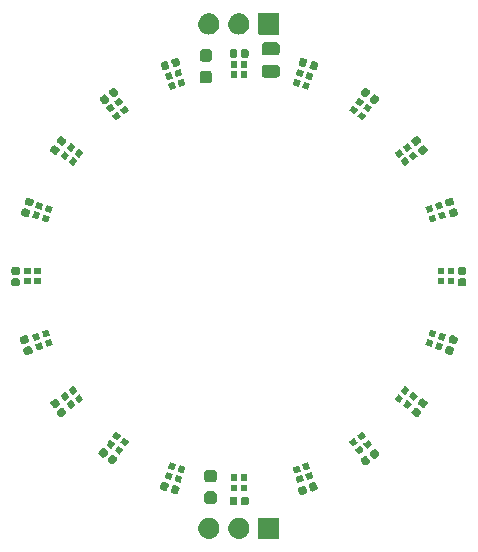
<source format=gts>
%TF.GenerationSoftware,KiCad,Pcbnew,7.0.2-6a45011f42~172~ubuntu22.04.1*%
%TF.CreationDate,2023-04-30T12:53:57-06:00*%
%TF.ProjectId,ring-40mm,72696e67-2d34-4306-9d6d-2e6b69636164,rev?*%
%TF.SameCoordinates,Original*%
%TF.FileFunction,Soldermask,Top*%
%TF.FilePolarity,Negative*%
%FSLAX46Y46*%
G04 Gerber Fmt 4.6, Leading zero omitted, Abs format (unit mm)*
G04 Created by KiCad (PCBNEW 7.0.2-6a45011f42~172~ubuntu22.04.1) date 2023-04-30 12:53:57*
%MOMM*%
%LPD*%
G01*
G04 APERTURE LIST*
G04 APERTURE END LIST*
G36*
X103309134Y-120503806D02*
G01*
X103325355Y-120514645D01*
X103336194Y-120530866D01*
X103340000Y-120550000D01*
X103340000Y-122250000D01*
X103336194Y-122269134D01*
X103325355Y-122285355D01*
X103309134Y-122296194D01*
X103290000Y-122300000D01*
X101590000Y-122300000D01*
X101570866Y-122296194D01*
X101554645Y-122285355D01*
X101543806Y-122269134D01*
X101540000Y-122250000D01*
X101540000Y-120550000D01*
X101543806Y-120530866D01*
X101554645Y-120514645D01*
X101570866Y-120503806D01*
X101590000Y-120500000D01*
X103290000Y-120500000D01*
X103309134Y-120503806D01*
G37*
G36*
X97405151Y-120504930D02*
G01*
X97454076Y-120504930D01*
X97496321Y-120513909D01*
X97535485Y-120517767D01*
X97584689Y-120532693D01*
X97638115Y-120544049D01*
X97672300Y-120559269D01*
X97704230Y-120568955D01*
X97754971Y-120596076D01*
X97810000Y-120620577D01*
X97835583Y-120639164D01*
X97859743Y-120652078D01*
X97909023Y-120692521D01*
X97962218Y-120731170D01*
X97979491Y-120750354D01*
X97996053Y-120763946D01*
X98040563Y-120818182D01*
X98088115Y-120870993D01*
X98098103Y-120888293D01*
X98107921Y-120900256D01*
X98144237Y-120968200D01*
X98182191Y-121033937D01*
X98186557Y-121047374D01*
X98191044Y-121055769D01*
X98215779Y-121137311D01*
X98240333Y-121212879D01*
X98241197Y-121221103D01*
X98242232Y-121224514D01*
X98252306Y-121326796D01*
X98260000Y-121400000D01*
X98252303Y-121473227D01*
X98242232Y-121575485D01*
X98241197Y-121578895D01*
X98240333Y-121587121D01*
X98215774Y-121662702D01*
X98191044Y-121744230D01*
X98186558Y-121752622D01*
X98182191Y-121766063D01*
X98144230Y-121831812D01*
X98107921Y-121899743D01*
X98098105Y-121911703D01*
X98088115Y-121929007D01*
X98040554Y-121981828D01*
X97996053Y-122036053D01*
X97979494Y-122049642D01*
X97962218Y-122068830D01*
X97909012Y-122107486D01*
X97859743Y-122147921D01*
X97835588Y-122160831D01*
X97810000Y-122179423D01*
X97754960Y-122203928D01*
X97704230Y-122231044D01*
X97672307Y-122240727D01*
X97638115Y-122255951D01*
X97584678Y-122267309D01*
X97535485Y-122282232D01*
X97496330Y-122286088D01*
X97454076Y-122295070D01*
X97405140Y-122295070D01*
X97360000Y-122299516D01*
X97314859Y-122295070D01*
X97265924Y-122295070D01*
X97223669Y-122286088D01*
X97184514Y-122282232D01*
X97135317Y-122267308D01*
X97081885Y-122255951D01*
X97047694Y-122240728D01*
X97015769Y-122231044D01*
X96965033Y-122203925D01*
X96910000Y-122179423D01*
X96884413Y-122160833D01*
X96860256Y-122147921D01*
X96810978Y-122107479D01*
X96757782Y-122068830D01*
X96740507Y-122049645D01*
X96723946Y-122036053D01*
X96679434Y-121981815D01*
X96631885Y-121929007D01*
X96621897Y-121911707D01*
X96612078Y-121899743D01*
X96575756Y-121831788D01*
X96537809Y-121766063D01*
X96533443Y-121752627D01*
X96528955Y-121744230D01*
X96504210Y-121662656D01*
X96479667Y-121587121D01*
X96478802Y-121578900D01*
X96477767Y-121575485D01*
X96467680Y-121473075D01*
X96460000Y-121400000D01*
X96467678Y-121326947D01*
X96477767Y-121224514D01*
X96478803Y-121221098D01*
X96479667Y-121212879D01*
X96504205Y-121137357D01*
X96528955Y-121055769D01*
X96533444Y-121047369D01*
X96537809Y-121033937D01*
X96575748Y-120968223D01*
X96612078Y-120900256D01*
X96621899Y-120888289D01*
X96631885Y-120870993D01*
X96679424Y-120818194D01*
X96723946Y-120763946D01*
X96740511Y-120750350D01*
X96757782Y-120731170D01*
X96810968Y-120692527D01*
X96860256Y-120652078D01*
X96884419Y-120639162D01*
X96910000Y-120620577D01*
X96965022Y-120596079D01*
X97015769Y-120568955D01*
X97047701Y-120559268D01*
X97081885Y-120544049D01*
X97135306Y-120532693D01*
X97184514Y-120517767D01*
X97223678Y-120513909D01*
X97265924Y-120504930D01*
X97314849Y-120504930D01*
X97360000Y-120500483D01*
X97405151Y-120504930D01*
G37*
G36*
X99945150Y-120504930D02*
G01*
X99994076Y-120504930D01*
X100036322Y-120513909D01*
X100075485Y-120517767D01*
X100124689Y-120532693D01*
X100178115Y-120544049D01*
X100212300Y-120559269D01*
X100244230Y-120568955D01*
X100294971Y-120596076D01*
X100350000Y-120620577D01*
X100375583Y-120639164D01*
X100399743Y-120652078D01*
X100449023Y-120692521D01*
X100502218Y-120731170D01*
X100519491Y-120750354D01*
X100536053Y-120763946D01*
X100580563Y-120818182D01*
X100628115Y-120870993D01*
X100638103Y-120888293D01*
X100647921Y-120900256D01*
X100684237Y-120968200D01*
X100722191Y-121033937D01*
X100726557Y-121047374D01*
X100731044Y-121055769D01*
X100755779Y-121137311D01*
X100780333Y-121212879D01*
X100781197Y-121221103D01*
X100782232Y-121224514D01*
X100792306Y-121326796D01*
X100800000Y-121400000D01*
X100792303Y-121473227D01*
X100782232Y-121575485D01*
X100781197Y-121578895D01*
X100780333Y-121587121D01*
X100755774Y-121662702D01*
X100731044Y-121744230D01*
X100726558Y-121752622D01*
X100722191Y-121766063D01*
X100684230Y-121831812D01*
X100647921Y-121899743D01*
X100638105Y-121911703D01*
X100628115Y-121929007D01*
X100580554Y-121981828D01*
X100536053Y-122036053D01*
X100519494Y-122049642D01*
X100502218Y-122068830D01*
X100449012Y-122107486D01*
X100399743Y-122147921D01*
X100375588Y-122160831D01*
X100350000Y-122179423D01*
X100294960Y-122203928D01*
X100244230Y-122231044D01*
X100212307Y-122240727D01*
X100178115Y-122255951D01*
X100124678Y-122267309D01*
X100075485Y-122282232D01*
X100036330Y-122286088D01*
X99994076Y-122295070D01*
X99945140Y-122295070D01*
X99900000Y-122299516D01*
X99854859Y-122295070D01*
X99805924Y-122295070D01*
X99763669Y-122286088D01*
X99724514Y-122282232D01*
X99675317Y-122267308D01*
X99621885Y-122255951D01*
X99587694Y-122240728D01*
X99555769Y-122231044D01*
X99505033Y-122203925D01*
X99450000Y-122179423D01*
X99424413Y-122160833D01*
X99400256Y-122147921D01*
X99350978Y-122107479D01*
X99297782Y-122068830D01*
X99280507Y-122049645D01*
X99263946Y-122036053D01*
X99219434Y-121981815D01*
X99171885Y-121929007D01*
X99161897Y-121911707D01*
X99152078Y-121899743D01*
X99115756Y-121831788D01*
X99077809Y-121766063D01*
X99073443Y-121752627D01*
X99068955Y-121744230D01*
X99044210Y-121662656D01*
X99019667Y-121587121D01*
X99018802Y-121578900D01*
X99017767Y-121575485D01*
X99007679Y-121473067D01*
X99000000Y-121400000D01*
X99007678Y-121326939D01*
X99017767Y-121224514D01*
X99018803Y-121221098D01*
X99019667Y-121212879D01*
X99044205Y-121137357D01*
X99068955Y-121055769D01*
X99073444Y-121047369D01*
X99077809Y-121033937D01*
X99115748Y-120968223D01*
X99152078Y-120900256D01*
X99161899Y-120888289D01*
X99171885Y-120870993D01*
X99219424Y-120818194D01*
X99263946Y-120763946D01*
X99280511Y-120750350D01*
X99297782Y-120731170D01*
X99350968Y-120692527D01*
X99400256Y-120652078D01*
X99424419Y-120639162D01*
X99450000Y-120620577D01*
X99505022Y-120596079D01*
X99555769Y-120568955D01*
X99587701Y-120559268D01*
X99621885Y-120544049D01*
X99675306Y-120532693D01*
X99724514Y-120517767D01*
X99763678Y-120513909D01*
X99805924Y-120504930D01*
X99854848Y-120504930D01*
X99899999Y-120500483D01*
X99945150Y-120504930D01*
G37*
G36*
X93518940Y-117459954D02*
G01*
X93530738Y-117458751D01*
X93562063Y-117465058D01*
X93570268Y-117466029D01*
X93746637Y-117523335D01*
X93831068Y-117550768D01*
X93831069Y-117550768D01*
X93836564Y-117552554D01*
X93843758Y-117556583D01*
X93872818Y-117569899D01*
X93881654Y-117577806D01*
X93901246Y-117588778D01*
X93918799Y-117611045D01*
X93927036Y-117618415D01*
X93931469Y-117627117D01*
X93947142Y-117646997D01*
X93954013Y-117671360D01*
X93958447Y-117680062D01*
X93959568Y-117691057D01*
X93967265Y-117718347D01*
X93964626Y-117740644D01*
X93965829Y-117752439D01*
X93959523Y-117783755D01*
X93958552Y-117791968D01*
X93853486Y-118115327D01*
X93849444Y-118122542D01*
X93836137Y-118151586D01*
X93828233Y-118160418D01*
X93817262Y-118180009D01*
X93794995Y-118197562D01*
X93787626Y-118205798D01*
X93778925Y-118210231D01*
X93759043Y-118225905D01*
X93734675Y-118232777D01*
X93725976Y-118237210D01*
X93714982Y-118238331D01*
X93687692Y-118246028D01*
X93665394Y-118243389D01*
X93653601Y-118244592D01*
X93622286Y-118238287D01*
X93614072Y-118237315D01*
X93347776Y-118150790D01*
X93340576Y-118146757D01*
X93311521Y-118133444D01*
X93302685Y-118125538D01*
X93283094Y-118114566D01*
X93265539Y-118092298D01*
X93257303Y-118084928D01*
X93252868Y-118076225D01*
X93237198Y-118056347D01*
X93230327Y-118031985D01*
X93225892Y-118023281D01*
X93224770Y-118012281D01*
X93217075Y-117984997D01*
X93219713Y-117962703D01*
X93218510Y-117950904D01*
X93224817Y-117919573D01*
X93225788Y-117911376D01*
X93330854Y-117588017D01*
X93334886Y-117580815D01*
X93348202Y-117551757D01*
X93356109Y-117542919D01*
X93367078Y-117523335D01*
X93389338Y-117505786D01*
X93396713Y-117497545D01*
X93405420Y-117493108D01*
X93425297Y-117477439D01*
X93449657Y-117470568D01*
X93458363Y-117466133D01*
X93469363Y-117465010D01*
X93496648Y-117457316D01*
X93518940Y-117459954D01*
G37*
G36*
X94431954Y-117756610D02*
G01*
X94443752Y-117755407D01*
X94475077Y-117761714D01*
X94483282Y-117762685D01*
X94659651Y-117819991D01*
X94744082Y-117847424D01*
X94744083Y-117847424D01*
X94749578Y-117849210D01*
X94756772Y-117853239D01*
X94785832Y-117866555D01*
X94794668Y-117874462D01*
X94814260Y-117885434D01*
X94831813Y-117907701D01*
X94840050Y-117915071D01*
X94844483Y-117923773D01*
X94860156Y-117943653D01*
X94867027Y-117968016D01*
X94871461Y-117976718D01*
X94872582Y-117987713D01*
X94880279Y-118015003D01*
X94877640Y-118037300D01*
X94878843Y-118049095D01*
X94872537Y-118080411D01*
X94871566Y-118088624D01*
X94766500Y-118411983D01*
X94762458Y-118419198D01*
X94749151Y-118448242D01*
X94741247Y-118457074D01*
X94730276Y-118476665D01*
X94708009Y-118494218D01*
X94700640Y-118502454D01*
X94691939Y-118506887D01*
X94672057Y-118522561D01*
X94647689Y-118529433D01*
X94638990Y-118533866D01*
X94627996Y-118534987D01*
X94600706Y-118542684D01*
X94578408Y-118540045D01*
X94566615Y-118541248D01*
X94535300Y-118534943D01*
X94527086Y-118533971D01*
X94260790Y-118447446D01*
X94253590Y-118443413D01*
X94224535Y-118430100D01*
X94215699Y-118422194D01*
X94196108Y-118411222D01*
X94178553Y-118388954D01*
X94170317Y-118381584D01*
X94165882Y-118372881D01*
X94150212Y-118353003D01*
X94143341Y-118328641D01*
X94138906Y-118319937D01*
X94137784Y-118308937D01*
X94130089Y-118281653D01*
X94132727Y-118259359D01*
X94131524Y-118247560D01*
X94137831Y-118216229D01*
X94138802Y-118208032D01*
X94243868Y-117884673D01*
X94247900Y-117877471D01*
X94261216Y-117848413D01*
X94269123Y-117839575D01*
X94280092Y-117819991D01*
X94302352Y-117802442D01*
X94309727Y-117794201D01*
X94318434Y-117789764D01*
X94338311Y-117774095D01*
X94362671Y-117767224D01*
X94371377Y-117762789D01*
X94382377Y-117761666D01*
X94409662Y-117753972D01*
X94431954Y-117756610D01*
G37*
G36*
X97803323Y-118270137D02*
G01*
X97817574Y-118276429D01*
X97825956Y-118277757D01*
X97860861Y-118295542D01*
X97899977Y-118312813D01*
X97905399Y-118318235D01*
X97905756Y-118318417D01*
X97969082Y-118381743D01*
X97969263Y-118382099D01*
X97974687Y-118387523D01*
X97991960Y-118426645D01*
X98009742Y-118461543D01*
X98011069Y-118469922D01*
X98017363Y-118484177D01*
X98025000Y-118550000D01*
X98025000Y-119050000D01*
X98017363Y-119115823D01*
X98011068Y-119130077D01*
X98009742Y-119138456D01*
X97991964Y-119173346D01*
X97974687Y-119212477D01*
X97969262Y-119217901D01*
X97969082Y-119218256D01*
X97905756Y-119281582D01*
X97905401Y-119281762D01*
X97899977Y-119287187D01*
X97860846Y-119304464D01*
X97825956Y-119322242D01*
X97817577Y-119323568D01*
X97803323Y-119329863D01*
X97737500Y-119337500D01*
X97262500Y-119337500D01*
X97196677Y-119329863D01*
X97182422Y-119323569D01*
X97174043Y-119322242D01*
X97139145Y-119304460D01*
X97100023Y-119287187D01*
X97094599Y-119281763D01*
X97094243Y-119281582D01*
X97030917Y-119218256D01*
X97030735Y-119217899D01*
X97025313Y-119212477D01*
X97008042Y-119173361D01*
X96990257Y-119138456D01*
X96988929Y-119130074D01*
X96982637Y-119115823D01*
X96975000Y-119050000D01*
X96975000Y-118550000D01*
X96982637Y-118484177D01*
X96988929Y-118469926D01*
X96990257Y-118461543D01*
X97008045Y-118426630D01*
X97025313Y-118387523D01*
X97030734Y-118382101D01*
X97030917Y-118381743D01*
X97094243Y-118318417D01*
X97094601Y-118318234D01*
X97100023Y-118312813D01*
X97139130Y-118295545D01*
X97174043Y-118277757D01*
X97182426Y-118276429D01*
X97196677Y-118270137D01*
X97262500Y-118262500D01*
X97737500Y-118262500D01*
X97803323Y-118270137D01*
G37*
G36*
X99588092Y-118741609D02*
G01*
X99619844Y-118745293D01*
X99630693Y-118750083D01*
X99652710Y-118754463D01*
X99676280Y-118770212D01*
X99686396Y-118774679D01*
X99693305Y-118781588D01*
X99714350Y-118795650D01*
X99728411Y-118816694D01*
X99735320Y-118823603D01*
X99739785Y-118833716D01*
X99755537Y-118857290D01*
X99759916Y-118879308D01*
X99764706Y-118890155D01*
X99768388Y-118921897D01*
X99770000Y-118930000D01*
X99770000Y-119270000D01*
X99768387Y-119278104D01*
X99764706Y-119309844D01*
X99759917Y-119320689D01*
X99755537Y-119342710D01*
X99739784Y-119366285D01*
X99735320Y-119376396D01*
X99728413Y-119383302D01*
X99714350Y-119404350D01*
X99693302Y-119418413D01*
X99686396Y-119425320D01*
X99676285Y-119429784D01*
X99652710Y-119445537D01*
X99630689Y-119449917D01*
X99619844Y-119454706D01*
X99588103Y-119458388D01*
X99580000Y-119460000D01*
X99300000Y-119460000D01*
X99291896Y-119458388D01*
X99260155Y-119454706D01*
X99249308Y-119449916D01*
X99227290Y-119445537D01*
X99203716Y-119429785D01*
X99193603Y-119425320D01*
X99186694Y-119418411D01*
X99165650Y-119404350D01*
X99151588Y-119383305D01*
X99144679Y-119376396D01*
X99140212Y-119366280D01*
X99124463Y-119342710D01*
X99120083Y-119320693D01*
X99115293Y-119309844D01*
X99111609Y-119278091D01*
X99110000Y-119270000D01*
X99110000Y-118930000D01*
X99111609Y-118921908D01*
X99115293Y-118890155D01*
X99120084Y-118879304D01*
X99124463Y-118857290D01*
X99140211Y-118833721D01*
X99144679Y-118823603D01*
X99151590Y-118816691D01*
X99165650Y-118795650D01*
X99186691Y-118781590D01*
X99193603Y-118774679D01*
X99203721Y-118770211D01*
X99227290Y-118754463D01*
X99249304Y-118750084D01*
X99260155Y-118745293D01*
X99291909Y-118741609D01*
X99300000Y-118740000D01*
X99580000Y-118740000D01*
X99588092Y-118741609D01*
G37*
G36*
X100548092Y-118741609D02*
G01*
X100579844Y-118745293D01*
X100590693Y-118750083D01*
X100612710Y-118754463D01*
X100636280Y-118770212D01*
X100646396Y-118774679D01*
X100653305Y-118781588D01*
X100674350Y-118795650D01*
X100688411Y-118816694D01*
X100695320Y-118823603D01*
X100699785Y-118833716D01*
X100715537Y-118857290D01*
X100719916Y-118879308D01*
X100724706Y-118890155D01*
X100728388Y-118921897D01*
X100730000Y-118930000D01*
X100730000Y-119270000D01*
X100728387Y-119278104D01*
X100724706Y-119309844D01*
X100719917Y-119320689D01*
X100715537Y-119342710D01*
X100699784Y-119366285D01*
X100695320Y-119376396D01*
X100688413Y-119383302D01*
X100674350Y-119404350D01*
X100653302Y-119418413D01*
X100646396Y-119425320D01*
X100636285Y-119429784D01*
X100612710Y-119445537D01*
X100590689Y-119449917D01*
X100579844Y-119454706D01*
X100548103Y-119458388D01*
X100540000Y-119460000D01*
X100260000Y-119460000D01*
X100251896Y-119458388D01*
X100220155Y-119454706D01*
X100209308Y-119449916D01*
X100187290Y-119445537D01*
X100163716Y-119429785D01*
X100153603Y-119425320D01*
X100146694Y-119418411D01*
X100125650Y-119404350D01*
X100111588Y-119383305D01*
X100104679Y-119376396D01*
X100100212Y-119366280D01*
X100084463Y-119342710D01*
X100080083Y-119320693D01*
X100075293Y-119309844D01*
X100071609Y-119278091D01*
X100070000Y-119270000D01*
X100070000Y-118930000D01*
X100071609Y-118921908D01*
X100075293Y-118890155D01*
X100080084Y-118879304D01*
X100084463Y-118857290D01*
X100100211Y-118833721D01*
X100104679Y-118823603D01*
X100111590Y-118816691D01*
X100125650Y-118795650D01*
X100146691Y-118781590D01*
X100153603Y-118774679D01*
X100163721Y-118770211D01*
X100187290Y-118754463D01*
X100209304Y-118750084D01*
X100220155Y-118745293D01*
X100251909Y-118741609D01*
X100260000Y-118740000D01*
X100540000Y-118740000D01*
X100548092Y-118741609D01*
G37*
G36*
X99739252Y-117701986D02*
G01*
X99755473Y-117712825D01*
X99766312Y-117729046D01*
X99770118Y-117748180D01*
X99770118Y-118198180D01*
X99766312Y-118217314D01*
X99755473Y-118233535D01*
X99739252Y-118244374D01*
X99720118Y-118248180D01*
X99270118Y-118248180D01*
X99250984Y-118244374D01*
X99234763Y-118233535D01*
X99223924Y-118217314D01*
X99220118Y-118198180D01*
X99220118Y-117748180D01*
X99223924Y-117729046D01*
X99234763Y-117712825D01*
X99250984Y-117701986D01*
X99270118Y-117698180D01*
X99720118Y-117698180D01*
X99739252Y-117701986D01*
G37*
G36*
X100589252Y-117701986D02*
G01*
X100605473Y-117712825D01*
X100616312Y-117729046D01*
X100620118Y-117748180D01*
X100620118Y-118198180D01*
X100616312Y-118217314D01*
X100605473Y-118233535D01*
X100589252Y-118244374D01*
X100570118Y-118248180D01*
X100120118Y-118248180D01*
X100100984Y-118244374D01*
X100084763Y-118233535D01*
X100073924Y-118217314D01*
X100070118Y-118198180D01*
X100070118Y-117748180D01*
X100073924Y-117729046D01*
X100084763Y-117712825D01*
X100100984Y-117701986D01*
X100120118Y-117698180D01*
X100570118Y-117698180D01*
X100589252Y-117701986D01*
G37*
G36*
X105409793Y-117809995D02*
G01*
X105420792Y-117811117D01*
X105429496Y-117815552D01*
X105453859Y-117822423D01*
X105473737Y-117838093D01*
X105482442Y-117842529D01*
X105489815Y-117850768D01*
X105512078Y-117868319D01*
X105523046Y-117887903D01*
X105530955Y-117896742D01*
X105544268Y-117925798D01*
X105548302Y-117933001D01*
X105653368Y-118256360D01*
X105654338Y-118264560D01*
X105660645Y-118295887D01*
X105659441Y-118307682D01*
X105662081Y-118329981D01*
X105654384Y-118357271D01*
X105653263Y-118368265D01*
X105648829Y-118376965D01*
X105641958Y-118401331D01*
X105626284Y-118421212D01*
X105621852Y-118429912D01*
X105613618Y-118437279D01*
X105596062Y-118459550D01*
X105576467Y-118470523D01*
X105567635Y-118478427D01*
X105538596Y-118491732D01*
X105531380Y-118495774D01*
X105265084Y-118582299D01*
X105256875Y-118583270D01*
X105225556Y-118589576D01*
X105213761Y-118588373D01*
X105191464Y-118591012D01*
X105164173Y-118583315D01*
X105153179Y-118582194D01*
X105144477Y-118577760D01*
X105120113Y-118570889D01*
X105100232Y-118555216D01*
X105091529Y-118550782D01*
X105084156Y-118542543D01*
X105061894Y-118524993D01*
X105050925Y-118505408D01*
X105043016Y-118496569D01*
X105029700Y-118467507D01*
X105025670Y-118460311D01*
X104920604Y-118136952D01*
X104919634Y-118128760D01*
X104913326Y-118097424D01*
X104914529Y-118085624D01*
X104911891Y-118063331D01*
X104919585Y-118036046D01*
X104920708Y-118025046D01*
X104925143Y-118016339D01*
X104932014Y-117991981D01*
X104947683Y-117972104D01*
X104952119Y-117963399D01*
X104960358Y-117956026D01*
X104977910Y-117933762D01*
X104997499Y-117922791D01*
X105006336Y-117914884D01*
X105035389Y-117901571D01*
X105042592Y-117897538D01*
X105308888Y-117811013D01*
X105317081Y-117810043D01*
X105348415Y-117803735D01*
X105360214Y-117804938D01*
X105382508Y-117802300D01*
X105409793Y-117809995D01*
G37*
G36*
X88414361Y-114612177D02*
G01*
X88442688Y-114613290D01*
X88463072Y-114622687D01*
X88474666Y-114625189D01*
X88502521Y-114640873D01*
X88510012Y-114644327D01*
X88620688Y-114724738D01*
X88706654Y-114787196D01*
X88736537Y-114808907D01*
X88742137Y-114814965D01*
X88765660Y-114836609D01*
X88771619Y-114846858D01*
X88786860Y-114863345D01*
X88796672Y-114889945D01*
X88802229Y-114899501D01*
X88803756Y-114909148D01*
X88812518Y-114932898D01*
X88811524Y-114958192D01*
X88813052Y-114967839D01*
X88810720Y-114978642D01*
X88809608Y-115006974D01*
X88800208Y-115027362D01*
X88797708Y-115038953D01*
X88782028Y-115066798D01*
X88778571Y-115074299D01*
X88578724Y-115349365D01*
X88572659Y-115354970D01*
X88551021Y-115378488D01*
X88540772Y-115384447D01*
X88524285Y-115399688D01*
X88497683Y-115409501D01*
X88488129Y-115415057D01*
X88478482Y-115416584D01*
X88454733Y-115425346D01*
X88429437Y-115424352D01*
X88419791Y-115425880D01*
X88408987Y-115423548D01*
X88380656Y-115422436D01*
X88360268Y-115413036D01*
X88348677Y-115410536D01*
X88320827Y-115394854D01*
X88313332Y-115391399D01*
X88086807Y-115226819D01*
X88081206Y-115220760D01*
X88057683Y-115199116D01*
X88051723Y-115188866D01*
X88036484Y-115172381D01*
X88026671Y-115145782D01*
X88021114Y-115136224D01*
X88019585Y-115126573D01*
X88010826Y-115102828D01*
X88011819Y-115077537D01*
X88010291Y-115067886D01*
X88012623Y-115057076D01*
X88013736Y-115028752D01*
X88023132Y-115008368D01*
X88025635Y-114996772D01*
X88041322Y-114968911D01*
X88044773Y-114961427D01*
X88062804Y-114936609D01*
X88241221Y-114691038D01*
X88241225Y-114691033D01*
X88244620Y-114686361D01*
X88250671Y-114680766D01*
X88272322Y-114657237D01*
X88282576Y-114651274D01*
X88299059Y-114636038D01*
X88325652Y-114626227D01*
X88335214Y-114620668D01*
X88344867Y-114619139D01*
X88368611Y-114610380D01*
X88393900Y-114611373D01*
X88403552Y-114609845D01*
X88414361Y-114612177D01*
G37*
G36*
X89191017Y-115176451D02*
G01*
X89219344Y-115177564D01*
X89239728Y-115186961D01*
X89251322Y-115189463D01*
X89279177Y-115205147D01*
X89286668Y-115208601D01*
X89376846Y-115274119D01*
X89473974Y-115344687D01*
X89513193Y-115373181D01*
X89518793Y-115379239D01*
X89542316Y-115400883D01*
X89548275Y-115411132D01*
X89563516Y-115427619D01*
X89573328Y-115454219D01*
X89578885Y-115463775D01*
X89580412Y-115473422D01*
X89589174Y-115497172D01*
X89588180Y-115522466D01*
X89589708Y-115532113D01*
X89587376Y-115542916D01*
X89586264Y-115571248D01*
X89576864Y-115591636D01*
X89574364Y-115603227D01*
X89558684Y-115631072D01*
X89555227Y-115638573D01*
X89355380Y-115913639D01*
X89349315Y-115919244D01*
X89327677Y-115942762D01*
X89317428Y-115948721D01*
X89300941Y-115963962D01*
X89274339Y-115973775D01*
X89264785Y-115979331D01*
X89255138Y-115980858D01*
X89231389Y-115989620D01*
X89206093Y-115988626D01*
X89196447Y-115990154D01*
X89185643Y-115987822D01*
X89157312Y-115986710D01*
X89136924Y-115977310D01*
X89125333Y-115974810D01*
X89097483Y-115959128D01*
X89089988Y-115955673D01*
X88863463Y-115791093D01*
X88857862Y-115785034D01*
X88834339Y-115763390D01*
X88828379Y-115753140D01*
X88813140Y-115736655D01*
X88803327Y-115710056D01*
X88797770Y-115700498D01*
X88796241Y-115690847D01*
X88787482Y-115667102D01*
X88788475Y-115641811D01*
X88786947Y-115632160D01*
X88789279Y-115621350D01*
X88790392Y-115593026D01*
X88799788Y-115572642D01*
X88802291Y-115561046D01*
X88817978Y-115533185D01*
X88821429Y-115525701D01*
X88839460Y-115500883D01*
X89017877Y-115255312D01*
X89017881Y-115255307D01*
X89021276Y-115250635D01*
X89027327Y-115245040D01*
X89048978Y-115221511D01*
X89059232Y-115215548D01*
X89075715Y-115200312D01*
X89102308Y-115190501D01*
X89111870Y-115184942D01*
X89121523Y-115183413D01*
X89145267Y-115174654D01*
X89170556Y-115175647D01*
X89180208Y-115174119D01*
X89191017Y-115176451D01*
G37*
G36*
X94110445Y-115825069D02*
G01*
X94538420Y-115964126D01*
X94555442Y-115973659D01*
X94567519Y-115988980D01*
X94572815Y-116007756D01*
X94570522Y-116027130D01*
X94431465Y-116455105D01*
X94421932Y-116472127D01*
X94406611Y-116484204D01*
X94387835Y-116489500D01*
X94368461Y-116487207D01*
X93940486Y-116348150D01*
X93923464Y-116338617D01*
X93911387Y-116323296D01*
X93906091Y-116304520D01*
X93908384Y-116285146D01*
X94019631Y-115942762D01*
X94044398Y-115866536D01*
X94044398Y-115866535D01*
X94047441Y-115857171D01*
X94056974Y-115840149D01*
X94072295Y-115828072D01*
X94091071Y-115822776D01*
X94110445Y-115825069D01*
G37*
G36*
X94918843Y-116087733D02*
G01*
X95346818Y-116226790D01*
X95363840Y-116236323D01*
X95375917Y-116251644D01*
X95381213Y-116270420D01*
X95378920Y-116289794D01*
X95239863Y-116717769D01*
X95230330Y-116734791D01*
X95215009Y-116746868D01*
X95196233Y-116752164D01*
X95176859Y-116749871D01*
X94748884Y-116610814D01*
X94731862Y-116601281D01*
X94719785Y-116585960D01*
X94714489Y-116567184D01*
X94716782Y-116547810D01*
X94855839Y-116119835D01*
X94865372Y-116102813D01*
X94880693Y-116090736D01*
X94899469Y-116085440D01*
X94918843Y-116087733D01*
G37*
G36*
X97803323Y-116445137D02*
G01*
X97817574Y-116451429D01*
X97825956Y-116452757D01*
X97860861Y-116470542D01*
X97899977Y-116487813D01*
X97905399Y-116493235D01*
X97905756Y-116493417D01*
X97969082Y-116556743D01*
X97969263Y-116557099D01*
X97974687Y-116562523D01*
X97991960Y-116601645D01*
X98009742Y-116636543D01*
X98011069Y-116644922D01*
X98017363Y-116659177D01*
X98025000Y-116725000D01*
X98025000Y-117225000D01*
X98017363Y-117290823D01*
X98011068Y-117305077D01*
X98009742Y-117313456D01*
X97991964Y-117348346D01*
X97974687Y-117387477D01*
X97969262Y-117392901D01*
X97969082Y-117393256D01*
X97905756Y-117456582D01*
X97905401Y-117456762D01*
X97899977Y-117462187D01*
X97860846Y-117479464D01*
X97825956Y-117497242D01*
X97817577Y-117498568D01*
X97803323Y-117504863D01*
X97737500Y-117512500D01*
X97262500Y-117512500D01*
X97196677Y-117504863D01*
X97182422Y-117498569D01*
X97174043Y-117497242D01*
X97139145Y-117479460D01*
X97100023Y-117462187D01*
X97094599Y-117456763D01*
X97094243Y-117456582D01*
X97030917Y-117393256D01*
X97030735Y-117392899D01*
X97025313Y-117387477D01*
X97008042Y-117348361D01*
X96990257Y-117313456D01*
X96988929Y-117305074D01*
X96982637Y-117290823D01*
X96975000Y-117225000D01*
X96975000Y-116725000D01*
X96982637Y-116659177D01*
X96988929Y-116644926D01*
X96990257Y-116636543D01*
X97008045Y-116601630D01*
X97025313Y-116562523D01*
X97030734Y-116557101D01*
X97030917Y-116556743D01*
X97094243Y-116493417D01*
X97094601Y-116493234D01*
X97100023Y-116487813D01*
X97139130Y-116470545D01*
X97174043Y-116452757D01*
X97182426Y-116451429D01*
X97196677Y-116445137D01*
X97262500Y-116437500D01*
X97737500Y-116437500D01*
X97803323Y-116445137D01*
G37*
G36*
X99739252Y-116851986D02*
G01*
X99755473Y-116862825D01*
X99766312Y-116879046D01*
X99770118Y-116898180D01*
X99770118Y-117348180D01*
X99766312Y-117367314D01*
X99755473Y-117383535D01*
X99739252Y-117394374D01*
X99720118Y-117398180D01*
X99270118Y-117398180D01*
X99250984Y-117394374D01*
X99234763Y-117383535D01*
X99223924Y-117367314D01*
X99220118Y-117348180D01*
X99220118Y-116898180D01*
X99223924Y-116879046D01*
X99234763Y-116862825D01*
X99250984Y-116851986D01*
X99270118Y-116848180D01*
X99720118Y-116848180D01*
X99739252Y-116851986D01*
G37*
G36*
X100589252Y-116851986D02*
G01*
X100605473Y-116862825D01*
X100616312Y-116879046D01*
X100620118Y-116898180D01*
X100620118Y-117348180D01*
X100616312Y-117367314D01*
X100605473Y-117383535D01*
X100589252Y-117394374D01*
X100570118Y-117398180D01*
X100120118Y-117398180D01*
X100100984Y-117394374D01*
X100084763Y-117383535D01*
X100073924Y-117367314D01*
X100070118Y-117348180D01*
X100070118Y-116898180D01*
X100073924Y-116879046D01*
X100084763Y-116862825D01*
X100100984Y-116851986D01*
X100120118Y-116848180D01*
X100570118Y-116848180D01*
X100589252Y-116851986D01*
G37*
G36*
X105222206Y-116899134D02*
G01*
X105237527Y-116911211D01*
X105247060Y-116928233D01*
X105386117Y-117356208D01*
X105388410Y-117375582D01*
X105383114Y-117394358D01*
X105371037Y-117409679D01*
X105354015Y-117419212D01*
X104926040Y-117558269D01*
X104906666Y-117560562D01*
X104887890Y-117555266D01*
X104872569Y-117543189D01*
X104863036Y-117526167D01*
X104765181Y-117225000D01*
X104727022Y-117107558D01*
X104727021Y-117107557D01*
X104723979Y-117098192D01*
X104721686Y-117078818D01*
X104726982Y-117060042D01*
X104739059Y-117044721D01*
X104756081Y-117035188D01*
X104765446Y-117032145D01*
X105174689Y-116899174D01*
X105174691Y-116899173D01*
X105184056Y-116896131D01*
X105203430Y-116893838D01*
X105222206Y-116899134D01*
G37*
G36*
X106322807Y-117513339D02*
G01*
X106333806Y-117514461D01*
X106342510Y-117518896D01*
X106366873Y-117525767D01*
X106386751Y-117541437D01*
X106395456Y-117545873D01*
X106402829Y-117554112D01*
X106425092Y-117571663D01*
X106436060Y-117591247D01*
X106443969Y-117600086D01*
X106457282Y-117629142D01*
X106461316Y-117636345D01*
X106566382Y-117959704D01*
X106567352Y-117967904D01*
X106573659Y-117999231D01*
X106572455Y-118011026D01*
X106575095Y-118033325D01*
X106567398Y-118060615D01*
X106566277Y-118071609D01*
X106561843Y-118080309D01*
X106554972Y-118104675D01*
X106539298Y-118124556D01*
X106534866Y-118133256D01*
X106526632Y-118140623D01*
X106509076Y-118162894D01*
X106489481Y-118173867D01*
X106480649Y-118181771D01*
X106451610Y-118195076D01*
X106444394Y-118199118D01*
X106178098Y-118285643D01*
X106169889Y-118286614D01*
X106138570Y-118292920D01*
X106126775Y-118291717D01*
X106104478Y-118294356D01*
X106077187Y-118286659D01*
X106066193Y-118285538D01*
X106057491Y-118281104D01*
X106033127Y-118274233D01*
X106013246Y-118258560D01*
X106004543Y-118254126D01*
X105997170Y-118245887D01*
X105974908Y-118228337D01*
X105963939Y-118208752D01*
X105956030Y-118199913D01*
X105942714Y-118170851D01*
X105938684Y-118163655D01*
X105833618Y-117840296D01*
X105832648Y-117832104D01*
X105826340Y-117800768D01*
X105827543Y-117788968D01*
X105824905Y-117766675D01*
X105832599Y-117739390D01*
X105833722Y-117728390D01*
X105838157Y-117719683D01*
X105845028Y-117695325D01*
X105860697Y-117675448D01*
X105865133Y-117666743D01*
X105873372Y-117659370D01*
X105890924Y-117637106D01*
X105910513Y-117626135D01*
X105919350Y-117618228D01*
X105948403Y-117604915D01*
X105955606Y-117600882D01*
X106221902Y-117514357D01*
X106230095Y-117513387D01*
X106261429Y-117507079D01*
X106273228Y-117508282D01*
X106295522Y-117505644D01*
X106322807Y-117513339D01*
G37*
G36*
X93847781Y-116633467D02*
G01*
X94275756Y-116772524D01*
X94292778Y-116782057D01*
X94304855Y-116797378D01*
X94310151Y-116816154D01*
X94307858Y-116835528D01*
X94168801Y-117263503D01*
X94159268Y-117280525D01*
X94143947Y-117292602D01*
X94125171Y-117297898D01*
X94105797Y-117295605D01*
X93677822Y-117156548D01*
X93660800Y-117147015D01*
X93648723Y-117131694D01*
X93643427Y-117112918D01*
X93645720Y-117093544D01*
X93757275Y-116750211D01*
X93781734Y-116674934D01*
X93781734Y-116674933D01*
X93784777Y-116665569D01*
X93794310Y-116648547D01*
X93809631Y-116636470D01*
X93828407Y-116631174D01*
X93847781Y-116633467D01*
G37*
G36*
X94656179Y-116896131D02*
G01*
X95084154Y-117035188D01*
X95101176Y-117044721D01*
X95113253Y-117060042D01*
X95118549Y-117078818D01*
X95116256Y-117098192D01*
X94977199Y-117526167D01*
X94967666Y-117543189D01*
X94952345Y-117555266D01*
X94933569Y-117560562D01*
X94914195Y-117558269D01*
X94486220Y-117419212D01*
X94469198Y-117409679D01*
X94457121Y-117394358D01*
X94451825Y-117375582D01*
X94454118Y-117356208D01*
X94593175Y-116928233D01*
X94602708Y-116911211D01*
X94618029Y-116899134D01*
X94636805Y-116893838D01*
X94656179Y-116896131D01*
G37*
G36*
X104959542Y-116090736D02*
G01*
X104974863Y-116102813D01*
X104984396Y-116119835D01*
X105123453Y-116547810D01*
X105125746Y-116567184D01*
X105120450Y-116585960D01*
X105108373Y-116601281D01*
X105091351Y-116610814D01*
X104663376Y-116749871D01*
X104644002Y-116752164D01*
X104625226Y-116746868D01*
X104609905Y-116734791D01*
X104600372Y-116717769D01*
X104472200Y-116323296D01*
X104464358Y-116299160D01*
X104464357Y-116299159D01*
X104461315Y-116289794D01*
X104459022Y-116270420D01*
X104464318Y-116251644D01*
X104476395Y-116236323D01*
X104493417Y-116226790D01*
X104502782Y-116223747D01*
X104912025Y-116090776D01*
X104912027Y-116090775D01*
X104921392Y-116087733D01*
X104940766Y-116085440D01*
X104959542Y-116090736D01*
G37*
G36*
X106030604Y-116636470D02*
G01*
X106045925Y-116648547D01*
X106055458Y-116665569D01*
X106194515Y-117093544D01*
X106196808Y-117112918D01*
X106191512Y-117131694D01*
X106179435Y-117147015D01*
X106162413Y-117156548D01*
X105734438Y-117295605D01*
X105715064Y-117297898D01*
X105696288Y-117292602D01*
X105680967Y-117280525D01*
X105671434Y-117263503D01*
X105597250Y-117035188D01*
X105535420Y-116844894D01*
X105535419Y-116844893D01*
X105532377Y-116835528D01*
X105530084Y-116816154D01*
X105535380Y-116797378D01*
X105547457Y-116782057D01*
X105564479Y-116772524D01*
X105573844Y-116769481D01*
X105983087Y-116636510D01*
X105983089Y-116636509D01*
X105992454Y-116633467D01*
X106011828Y-116631174D01*
X106030604Y-116636470D01*
G37*
G36*
X105767940Y-115828072D02*
G01*
X105783261Y-115840149D01*
X105792794Y-115857171D01*
X105931851Y-116285146D01*
X105934144Y-116304520D01*
X105928848Y-116323296D01*
X105916771Y-116338617D01*
X105899749Y-116348150D01*
X105471774Y-116487207D01*
X105452400Y-116489500D01*
X105433624Y-116484204D01*
X105418303Y-116472127D01*
X105408770Y-116455105D01*
X105334586Y-116226790D01*
X105272756Y-116036496D01*
X105272755Y-116036495D01*
X105269713Y-116027130D01*
X105267420Y-116007756D01*
X105272716Y-115988980D01*
X105284793Y-115973659D01*
X105301815Y-115964126D01*
X105311180Y-115961083D01*
X105720423Y-115828112D01*
X105720425Y-115828111D01*
X105729790Y-115825069D01*
X105749164Y-115822776D01*
X105767940Y-115828072D01*
G37*
G36*
X110629442Y-115275647D02*
G01*
X110654733Y-115274654D01*
X110678477Y-115283413D01*
X110688129Y-115284942D01*
X110697688Y-115290500D01*
X110724285Y-115300312D01*
X110740769Y-115315550D01*
X110751021Y-115321511D01*
X110772661Y-115345030D01*
X110778724Y-115350635D01*
X110978571Y-115625701D01*
X110982027Y-115633199D01*
X110997708Y-115661047D01*
X111000208Y-115672637D01*
X111009608Y-115693026D01*
X111010720Y-115721356D01*
X111013052Y-115732160D01*
X111011524Y-115741806D01*
X111012518Y-115767102D01*
X111003756Y-115790851D01*
X111002229Y-115800498D01*
X110996673Y-115810051D01*
X110986860Y-115836655D01*
X110971617Y-115853143D01*
X110965660Y-115863390D01*
X110942147Y-115885023D01*
X110936537Y-115891093D01*
X110710012Y-116055673D01*
X110702507Y-116059132D01*
X110674665Y-116074810D01*
X110663077Y-116077310D01*
X110642688Y-116086710D01*
X110614355Y-116087823D01*
X110603552Y-116090154D01*
X110593906Y-116088626D01*
X110568611Y-116089620D01*
X110544862Y-116080859D01*
X110535214Y-116079331D01*
X110525657Y-116073774D01*
X110499059Y-116063962D01*
X110482573Y-116048722D01*
X110472322Y-116042762D01*
X110450682Y-116019242D01*
X110444620Y-116013639D01*
X110244773Y-115738573D01*
X110241318Y-115731078D01*
X110225635Y-115703226D01*
X110223133Y-115691633D01*
X110213736Y-115671248D01*
X110212623Y-115642921D01*
X110210291Y-115632113D01*
X110211819Y-115622461D01*
X110210826Y-115597172D01*
X110219585Y-115573427D01*
X110221114Y-115563775D01*
X110226672Y-115554214D01*
X110236484Y-115527619D01*
X110251721Y-115511135D01*
X110257683Y-115500883D01*
X110281208Y-115479237D01*
X110286807Y-115473181D01*
X110326027Y-115444686D01*
X110508653Y-115312000D01*
X110508656Y-115311998D01*
X110513332Y-115308601D01*
X110520821Y-115305148D01*
X110548678Y-115289463D01*
X110560271Y-115286961D01*
X110580656Y-115277564D01*
X110608981Y-115276451D01*
X110619791Y-115274119D01*
X110629442Y-115275647D01*
G37*
G36*
X89501748Y-113249437D02*
G01*
X89519465Y-113257605D01*
X89883523Y-113522108D01*
X89896765Y-113536434D01*
X89903517Y-113554737D01*
X89902752Y-113574231D01*
X89894584Y-113591948D01*
X89630081Y-113956006D01*
X89615755Y-113969248D01*
X89597452Y-113976000D01*
X89577958Y-113975235D01*
X89560241Y-113967067D01*
X89196183Y-113702564D01*
X89182941Y-113688238D01*
X89176189Y-113669935D01*
X89176954Y-113650441D01*
X89185122Y-113632724D01*
X89269696Y-113516318D01*
X89443835Y-113276634D01*
X89443837Y-113276631D01*
X89449625Y-113268666D01*
X89463951Y-113255424D01*
X89482254Y-113248672D01*
X89501748Y-113249437D01*
G37*
G36*
X109688620Y-113755042D02*
G01*
X109702946Y-113768284D01*
X109852454Y-113974065D01*
X109943610Y-114099531D01*
X109967449Y-114132342D01*
X109975617Y-114150059D01*
X109976382Y-114169553D01*
X109969630Y-114187856D01*
X109956388Y-114202182D01*
X109592330Y-114466685D01*
X109574613Y-114474853D01*
X109555119Y-114475618D01*
X109536816Y-114468866D01*
X109522490Y-114455624D01*
X109342559Y-114207970D01*
X109263774Y-114099532D01*
X109263772Y-114099529D01*
X109257987Y-114091566D01*
X109249819Y-114073849D01*
X109249054Y-114054355D01*
X109255806Y-114036052D01*
X109269048Y-114021726D01*
X109295859Y-114002246D01*
X109625139Y-113763010D01*
X109625144Y-113763007D01*
X109633106Y-113757223D01*
X109650823Y-113749055D01*
X109670317Y-113748290D01*
X109688620Y-113755042D01*
G37*
G36*
X110188238Y-114442706D02*
G01*
X110202564Y-114455948D01*
X110387419Y-114710380D01*
X110446021Y-114791039D01*
X110467067Y-114820006D01*
X110475235Y-114837723D01*
X110476000Y-114857217D01*
X110469248Y-114875520D01*
X110456006Y-114889846D01*
X110091948Y-115154349D01*
X110074231Y-115162517D01*
X110054737Y-115163282D01*
X110036434Y-115156530D01*
X110022108Y-115143288D01*
X109837972Y-114889846D01*
X109763392Y-114787196D01*
X109763390Y-114787193D01*
X109757605Y-114779230D01*
X109749437Y-114761513D01*
X109748672Y-114742019D01*
X109755424Y-114723716D01*
X109768666Y-114709390D01*
X109800363Y-114686361D01*
X110124757Y-114450674D01*
X110124762Y-114450671D01*
X110132724Y-114444887D01*
X110150441Y-114436719D01*
X110169935Y-114435954D01*
X110188238Y-114442706D01*
G37*
G36*
X111406098Y-114711373D02*
G01*
X111431389Y-114710380D01*
X111455133Y-114719139D01*
X111464785Y-114720668D01*
X111474344Y-114726226D01*
X111500941Y-114736038D01*
X111517425Y-114751276D01*
X111527677Y-114757237D01*
X111549317Y-114780756D01*
X111555380Y-114786361D01*
X111755227Y-115061427D01*
X111758683Y-115068925D01*
X111774364Y-115096773D01*
X111776864Y-115108363D01*
X111786264Y-115128752D01*
X111787376Y-115157082D01*
X111789708Y-115167886D01*
X111788180Y-115177532D01*
X111789174Y-115202828D01*
X111780412Y-115226577D01*
X111778885Y-115236224D01*
X111773329Y-115245777D01*
X111763516Y-115272381D01*
X111748273Y-115288869D01*
X111742316Y-115299116D01*
X111718803Y-115320749D01*
X111713193Y-115326819D01*
X111486668Y-115491399D01*
X111479163Y-115494858D01*
X111451321Y-115510536D01*
X111439733Y-115513036D01*
X111419344Y-115522436D01*
X111391011Y-115523549D01*
X111380208Y-115525880D01*
X111370562Y-115524352D01*
X111345267Y-115525346D01*
X111321518Y-115516585D01*
X111311870Y-115515057D01*
X111302313Y-115509500D01*
X111275715Y-115499688D01*
X111259229Y-115484448D01*
X111248978Y-115478488D01*
X111227338Y-115454968D01*
X111221276Y-115449365D01*
X111021429Y-115174299D01*
X111017974Y-115166804D01*
X111002291Y-115138952D01*
X110999789Y-115127359D01*
X110990392Y-115106974D01*
X110989279Y-115078647D01*
X110986947Y-115067839D01*
X110988475Y-115058187D01*
X110987482Y-115032898D01*
X110996241Y-115009153D01*
X110997770Y-114999501D01*
X111003328Y-114989940D01*
X111013140Y-114963345D01*
X111028377Y-114946861D01*
X111034339Y-114936609D01*
X111057864Y-114914963D01*
X111063463Y-114908907D01*
X111081730Y-114895635D01*
X111285309Y-114747726D01*
X111285312Y-114747724D01*
X111289988Y-114744327D01*
X111297477Y-114740874D01*
X111325334Y-114725189D01*
X111336927Y-114722687D01*
X111357312Y-114713290D01*
X111385637Y-114712177D01*
X111396447Y-114709845D01*
X111406098Y-114711373D01*
G37*
G36*
X89002130Y-113937101D02*
G01*
X89019847Y-113945269D01*
X89383905Y-114209772D01*
X89397147Y-114224098D01*
X89403899Y-114242401D01*
X89403134Y-114261895D01*
X89394966Y-114279612D01*
X89130463Y-114643670D01*
X89116137Y-114656912D01*
X89097834Y-114663664D01*
X89078340Y-114662899D01*
X89060623Y-114654731D01*
X88696565Y-114390228D01*
X88683323Y-114375902D01*
X88676571Y-114357599D01*
X88677336Y-114338105D01*
X88685504Y-114320388D01*
X88795092Y-114169553D01*
X88944217Y-113964298D01*
X88944219Y-113964295D01*
X88950007Y-113956330D01*
X88964333Y-113943088D01*
X88982636Y-113936336D01*
X89002130Y-113937101D01*
G37*
G36*
X89689794Y-114436719D02*
G01*
X89707511Y-114444887D01*
X90071569Y-114709390D01*
X90084811Y-114723716D01*
X90091563Y-114742019D01*
X90090798Y-114761513D01*
X90082630Y-114779230D01*
X89818127Y-115143288D01*
X89803801Y-115156530D01*
X89785498Y-115163282D01*
X89766004Y-115162517D01*
X89748287Y-115154349D01*
X89384229Y-114889846D01*
X89370987Y-114875520D01*
X89364235Y-114857217D01*
X89365000Y-114837723D01*
X89373168Y-114820006D01*
X89457742Y-114703600D01*
X89631881Y-114463916D01*
X89631883Y-114463913D01*
X89637671Y-114455948D01*
X89651997Y-114442706D01*
X89670300Y-114435954D01*
X89689794Y-114436719D01*
G37*
G36*
X110376284Y-113255424D02*
G01*
X110390610Y-113268666D01*
X110570539Y-113516318D01*
X110631274Y-113599913D01*
X110655113Y-113632724D01*
X110663281Y-113650441D01*
X110664046Y-113669935D01*
X110657294Y-113688238D01*
X110644052Y-113702564D01*
X110279994Y-113967067D01*
X110262277Y-113975235D01*
X110242783Y-113976000D01*
X110224480Y-113969248D01*
X110210154Y-113956006D01*
X110026018Y-113702564D01*
X109951438Y-113599914D01*
X109951436Y-113599911D01*
X109945651Y-113591948D01*
X109937483Y-113574231D01*
X109936718Y-113554737D01*
X109943470Y-113536434D01*
X109956712Y-113522108D01*
X109983523Y-113502628D01*
X110312803Y-113263392D01*
X110312808Y-113263389D01*
X110320770Y-113257605D01*
X110338487Y-113249437D01*
X110357981Y-113248672D01*
X110376284Y-113255424D01*
G37*
G36*
X110875902Y-113943088D02*
G01*
X110890228Y-113956330D01*
X111070157Y-114203982D01*
X111130892Y-114287577D01*
X111154731Y-114320388D01*
X111162899Y-114338105D01*
X111163664Y-114357599D01*
X111156912Y-114375902D01*
X111143670Y-114390228D01*
X110779612Y-114654731D01*
X110761895Y-114662899D01*
X110742401Y-114663664D01*
X110724098Y-114656912D01*
X110709772Y-114643670D01*
X110525636Y-114390228D01*
X110451056Y-114287578D01*
X110451054Y-114287575D01*
X110445269Y-114279612D01*
X110437101Y-114261895D01*
X110436336Y-114242401D01*
X110443088Y-114224098D01*
X110456330Y-114209772D01*
X110538518Y-114150059D01*
X110812421Y-113951056D01*
X110812426Y-113951053D01*
X110820388Y-113945269D01*
X110838105Y-113937101D01*
X110857599Y-113936336D01*
X110875902Y-113943088D01*
G37*
G36*
X90189412Y-113749055D02*
G01*
X90207129Y-113757223D01*
X90571187Y-114021726D01*
X90584429Y-114036052D01*
X90591181Y-114054355D01*
X90590416Y-114073849D01*
X90582248Y-114091566D01*
X90317745Y-114455624D01*
X90303419Y-114468866D01*
X90285116Y-114475618D01*
X90265622Y-114474853D01*
X90247905Y-114466685D01*
X89883847Y-114202182D01*
X89870605Y-114187856D01*
X89863853Y-114169553D01*
X89864618Y-114150059D01*
X89872786Y-114132342D01*
X89986375Y-113976000D01*
X90131499Y-113776252D01*
X90131501Y-113776249D01*
X90137289Y-113768284D01*
X90151615Y-113755042D01*
X90169918Y-113748290D01*
X90189412Y-113749055D01*
G37*
G36*
X84395400Y-110423491D02*
G01*
X84420691Y-110422498D01*
X84444436Y-110431257D01*
X84454087Y-110432786D01*
X84463645Y-110438343D01*
X84490244Y-110448156D01*
X84506729Y-110463395D01*
X84516979Y-110469355D01*
X84538618Y-110492874D01*
X84544682Y-110498479D01*
X84709262Y-110725004D01*
X84712719Y-110732503D01*
X84728399Y-110760350D01*
X84730899Y-110771939D01*
X84740299Y-110792328D01*
X84741411Y-110820659D01*
X84743743Y-110831463D01*
X84742215Y-110841109D01*
X84743209Y-110866405D01*
X84734447Y-110890154D01*
X84732920Y-110899801D01*
X84727364Y-110909355D01*
X84717551Y-110935957D01*
X84702310Y-110952444D01*
X84696351Y-110962693D01*
X84672837Y-110984327D01*
X84667228Y-110990396D01*
X84392162Y-111190243D01*
X84384657Y-111193702D01*
X84356815Y-111209380D01*
X84345226Y-111211880D01*
X84324837Y-111221280D01*
X84296505Y-111222392D01*
X84285702Y-111224724D01*
X84276055Y-111223196D01*
X84250761Y-111224190D01*
X84227011Y-111215428D01*
X84217364Y-111213901D01*
X84207808Y-111208344D01*
X84181208Y-111198532D01*
X84164721Y-111183291D01*
X84154472Y-111177332D01*
X84132832Y-111153813D01*
X84126770Y-111148209D01*
X83962190Y-110921684D01*
X83958734Y-110914189D01*
X83943052Y-110886337D01*
X83940550Y-110874745D01*
X83931153Y-110854360D01*
X83930040Y-110826032D01*
X83927708Y-110815224D01*
X83929236Y-110805572D01*
X83928243Y-110780283D01*
X83937002Y-110756539D01*
X83938531Y-110746886D01*
X83944090Y-110737324D01*
X83953901Y-110710731D01*
X83969137Y-110694248D01*
X83975100Y-110683994D01*
X83998625Y-110662347D01*
X84004224Y-110656292D01*
X84077165Y-110603297D01*
X84274611Y-110459844D01*
X84274613Y-110459842D01*
X84279290Y-110456445D01*
X84286778Y-110452992D01*
X84314636Y-110437307D01*
X84326230Y-110434805D01*
X84346615Y-110425408D01*
X84374939Y-110424295D01*
X84385749Y-110421963D01*
X84395400Y-110423491D01*
G37*
G36*
X84959674Y-111200147D02*
G01*
X84984965Y-111199154D01*
X85008710Y-111207913D01*
X85018361Y-111209442D01*
X85027919Y-111214999D01*
X85054518Y-111224812D01*
X85071003Y-111240051D01*
X85081253Y-111246011D01*
X85102892Y-111269530D01*
X85108956Y-111275135D01*
X85273536Y-111501660D01*
X85276993Y-111509159D01*
X85292673Y-111537006D01*
X85295173Y-111548595D01*
X85304573Y-111568984D01*
X85305685Y-111597315D01*
X85308017Y-111608119D01*
X85306489Y-111617765D01*
X85307483Y-111643061D01*
X85298721Y-111666810D01*
X85297194Y-111676457D01*
X85291638Y-111686011D01*
X85281825Y-111712613D01*
X85266584Y-111729100D01*
X85260625Y-111739349D01*
X85237111Y-111760983D01*
X85231502Y-111767052D01*
X84956436Y-111966899D01*
X84948931Y-111970358D01*
X84921089Y-111986036D01*
X84909500Y-111988536D01*
X84889111Y-111997936D01*
X84860779Y-111999048D01*
X84849976Y-112001380D01*
X84840329Y-111999852D01*
X84815035Y-112000846D01*
X84791285Y-111992084D01*
X84781638Y-111990557D01*
X84772082Y-111985000D01*
X84745482Y-111975188D01*
X84728995Y-111959947D01*
X84718746Y-111953988D01*
X84697106Y-111930469D01*
X84691044Y-111924865D01*
X84526464Y-111698340D01*
X84523008Y-111690845D01*
X84507326Y-111662993D01*
X84504824Y-111651401D01*
X84495427Y-111631016D01*
X84494314Y-111602688D01*
X84491982Y-111591880D01*
X84493510Y-111582228D01*
X84492517Y-111556939D01*
X84501276Y-111533195D01*
X84502805Y-111523542D01*
X84508364Y-111513980D01*
X84518175Y-111487387D01*
X84533411Y-111470904D01*
X84539374Y-111460650D01*
X84562899Y-111439003D01*
X84568498Y-111432948D01*
X84589241Y-111417877D01*
X84838885Y-111236500D01*
X84838887Y-111236498D01*
X84843564Y-111233101D01*
X84851052Y-111229648D01*
X84878910Y-111213963D01*
X84890504Y-111211461D01*
X84910889Y-111202064D01*
X84939213Y-111200951D01*
X84950023Y-111198619D01*
X84959674Y-111200147D01*
G37*
G36*
X85932245Y-109383868D02*
G01*
X85946571Y-109397110D01*
X86126500Y-109644762D01*
X86187235Y-109728357D01*
X86211074Y-109761168D01*
X86219242Y-109778885D01*
X86220007Y-109798379D01*
X86213255Y-109816682D01*
X86200013Y-109831008D01*
X85835955Y-110095511D01*
X85818238Y-110103679D01*
X85798744Y-110104444D01*
X85780441Y-110097692D01*
X85766115Y-110084450D01*
X85581979Y-109831008D01*
X85507399Y-109728358D01*
X85507397Y-109728355D01*
X85501612Y-109720392D01*
X85493444Y-109702675D01*
X85492679Y-109683181D01*
X85499431Y-109664878D01*
X85512673Y-109650552D01*
X85539484Y-109631072D01*
X85868764Y-109391836D01*
X85868769Y-109391833D01*
X85876731Y-109386049D01*
X85894448Y-109377881D01*
X85913942Y-109377116D01*
X85932245Y-109383868D01*
G37*
G36*
X113446169Y-110065545D02*
G01*
X113463886Y-110073713D01*
X113827944Y-110338216D01*
X113841186Y-110352542D01*
X113847938Y-110370845D01*
X113847173Y-110390339D01*
X113839005Y-110408056D01*
X113574502Y-110772114D01*
X113560176Y-110785356D01*
X113541873Y-110792108D01*
X113522379Y-110791343D01*
X113504662Y-110783175D01*
X113140604Y-110518672D01*
X113127362Y-110504346D01*
X113120610Y-110486043D01*
X113121375Y-110466549D01*
X113129543Y-110448832D01*
X113239131Y-110297997D01*
X113388256Y-110092742D01*
X113388258Y-110092739D01*
X113394046Y-110084774D01*
X113408372Y-110071532D01*
X113426675Y-110064780D01*
X113446169Y-110065545D01*
G37*
G36*
X114133833Y-110565163D02*
G01*
X114151550Y-110573331D01*
X114515608Y-110837834D01*
X114528850Y-110852160D01*
X114535602Y-110870463D01*
X114534837Y-110889957D01*
X114526669Y-110907674D01*
X114262166Y-111271732D01*
X114247840Y-111284974D01*
X114229537Y-111291726D01*
X114210043Y-111290961D01*
X114192326Y-111282793D01*
X113828268Y-111018290D01*
X113815026Y-111003964D01*
X113808274Y-110985661D01*
X113809039Y-110966167D01*
X113817207Y-110948450D01*
X113930796Y-110792108D01*
X114075920Y-110592360D01*
X114075922Y-110592357D01*
X114081710Y-110584392D01*
X114096036Y-110571150D01*
X114114339Y-110564398D01*
X114133833Y-110565163D01*
G37*
G36*
X114878648Y-111189279D02*
G01*
X114906974Y-111190392D01*
X114927358Y-111199789D01*
X114938953Y-111202291D01*
X114966808Y-111217975D01*
X114974299Y-111221429D01*
X115249365Y-111421276D01*
X115254964Y-111427333D01*
X115278488Y-111448978D01*
X115284448Y-111459229D01*
X115299688Y-111475715D01*
X115309500Y-111502313D01*
X115315057Y-111511870D01*
X115316585Y-111521518D01*
X115325346Y-111545267D01*
X115324352Y-111570562D01*
X115325880Y-111580208D01*
X115323549Y-111591011D01*
X115322436Y-111619344D01*
X115313036Y-111639732D01*
X115310536Y-111651322D01*
X115294856Y-111679167D01*
X115291399Y-111686668D01*
X115126819Y-111913193D01*
X115120753Y-111918799D01*
X115099116Y-111942316D01*
X115088869Y-111948273D01*
X115072381Y-111963516D01*
X115045777Y-111973329D01*
X115036224Y-111978885D01*
X115026577Y-111980412D01*
X115002828Y-111989174D01*
X114977532Y-111988180D01*
X114967886Y-111989708D01*
X114957082Y-111987376D01*
X114928752Y-111986264D01*
X114908364Y-111976865D01*
X114896772Y-111974364D01*
X114868921Y-111958682D01*
X114861427Y-111955227D01*
X114586361Y-111755380D01*
X114580760Y-111749321D01*
X114557237Y-111727677D01*
X114551276Y-111717425D01*
X114536038Y-111700941D01*
X114526226Y-111674344D01*
X114520668Y-111664785D01*
X114519139Y-111655133D01*
X114510380Y-111631389D01*
X114511373Y-111606098D01*
X114509845Y-111596447D01*
X114512177Y-111585637D01*
X114513290Y-111557312D01*
X114522687Y-111536928D01*
X114525189Y-111525333D01*
X114540876Y-111497473D01*
X114544327Y-111489988D01*
X114565642Y-111460650D01*
X114705508Y-111268140D01*
X114705512Y-111268135D01*
X114708907Y-111263463D01*
X114714959Y-111257868D01*
X114736609Y-111234339D01*
X114746861Y-111228377D01*
X114763345Y-111213140D01*
X114789940Y-111203328D01*
X114799501Y-111197770D01*
X114809153Y-111196241D01*
X114832898Y-111187482D01*
X114858187Y-111188475D01*
X114867839Y-111186947D01*
X114878648Y-111189279D01*
G37*
G36*
X85244581Y-109883486D02*
G01*
X85258907Y-109896728D01*
X85408415Y-110102509D01*
X85499571Y-110227975D01*
X85523410Y-110260786D01*
X85531578Y-110278503D01*
X85532343Y-110297997D01*
X85525591Y-110316300D01*
X85512349Y-110330626D01*
X85148291Y-110595129D01*
X85130574Y-110603297D01*
X85111080Y-110604062D01*
X85092777Y-110597310D01*
X85078451Y-110584068D01*
X84898520Y-110336414D01*
X84819735Y-110227976D01*
X84819733Y-110227973D01*
X84813948Y-110220010D01*
X84805780Y-110202293D01*
X84805015Y-110182799D01*
X84811767Y-110164496D01*
X84825009Y-110150170D01*
X84851820Y-110130690D01*
X85181100Y-109891454D01*
X85181105Y-109891451D01*
X85189067Y-109885667D01*
X85206784Y-109877499D01*
X85226278Y-109876734D01*
X85244581Y-109883486D01*
G37*
G36*
X85744199Y-110571150D02*
G01*
X85758525Y-110584392D01*
X85926234Y-110815224D01*
X86013951Y-110935957D01*
X86023028Y-110948450D01*
X86031196Y-110966167D01*
X86031961Y-110985661D01*
X86025209Y-111003964D01*
X86011967Y-111018290D01*
X85647909Y-111282793D01*
X85630192Y-111290961D01*
X85610698Y-111291726D01*
X85592395Y-111284974D01*
X85578069Y-111271732D01*
X85393933Y-111018290D01*
X85319353Y-110915640D01*
X85319351Y-110915637D01*
X85313566Y-110907674D01*
X85305398Y-110889957D01*
X85304633Y-110870463D01*
X85311385Y-110852160D01*
X85324627Y-110837834D01*
X85387261Y-110792328D01*
X85680718Y-110579118D01*
X85680723Y-110579115D01*
X85688685Y-110573331D01*
X85706402Y-110565163D01*
X85725896Y-110564398D01*
X85744199Y-110571150D01*
G37*
G36*
X113945787Y-109377881D02*
G01*
X113963504Y-109386049D01*
X114327562Y-109650552D01*
X114340804Y-109664878D01*
X114347556Y-109683181D01*
X114346791Y-109702675D01*
X114338623Y-109720392D01*
X114074120Y-110084450D01*
X114059794Y-110097692D01*
X114041491Y-110104444D01*
X114021997Y-110103679D01*
X114004280Y-110095511D01*
X113640222Y-109831008D01*
X113626980Y-109816682D01*
X113620228Y-109798379D01*
X113620993Y-109778885D01*
X113629161Y-109761168D01*
X113713735Y-109644762D01*
X113887874Y-109405078D01*
X113887876Y-109405075D01*
X113893664Y-109397110D01*
X113907990Y-109383868D01*
X113926293Y-109377116D01*
X113945787Y-109377881D01*
G37*
G36*
X114633451Y-109877499D02*
G01*
X114651168Y-109885667D01*
X115015226Y-110150170D01*
X115028468Y-110164496D01*
X115035220Y-110182799D01*
X115034455Y-110202293D01*
X115026287Y-110220010D01*
X114761784Y-110584068D01*
X114747458Y-110597310D01*
X114729155Y-110604062D01*
X114709661Y-110603297D01*
X114691944Y-110595129D01*
X114327886Y-110330626D01*
X114314644Y-110316300D01*
X114307892Y-110297997D01*
X114308657Y-110278503D01*
X114316825Y-110260786D01*
X114430414Y-110104444D01*
X114575538Y-109904696D01*
X114575540Y-109904693D01*
X114581328Y-109896728D01*
X114595654Y-109883486D01*
X114613957Y-109876734D01*
X114633451Y-109877499D01*
G37*
G36*
X115442922Y-110412623D02*
G01*
X115471248Y-110413736D01*
X115491632Y-110423133D01*
X115503227Y-110425635D01*
X115531082Y-110441319D01*
X115538573Y-110444773D01*
X115619159Y-110503322D01*
X115755152Y-110602127D01*
X115813639Y-110644620D01*
X115819238Y-110650677D01*
X115842762Y-110672322D01*
X115848722Y-110682573D01*
X115863962Y-110699059D01*
X115873774Y-110725657D01*
X115879331Y-110735214D01*
X115880859Y-110744862D01*
X115889620Y-110768611D01*
X115888626Y-110793906D01*
X115890154Y-110803552D01*
X115887823Y-110814355D01*
X115886710Y-110842688D01*
X115877310Y-110863076D01*
X115874810Y-110874666D01*
X115859130Y-110902511D01*
X115855673Y-110910012D01*
X115691093Y-111136537D01*
X115685027Y-111142143D01*
X115663390Y-111165660D01*
X115653143Y-111171617D01*
X115636655Y-111186860D01*
X115610051Y-111196673D01*
X115600498Y-111202229D01*
X115590851Y-111203756D01*
X115567102Y-111212518D01*
X115541806Y-111211524D01*
X115532160Y-111213052D01*
X115521356Y-111210720D01*
X115493026Y-111209608D01*
X115472638Y-111200209D01*
X115461046Y-111197708D01*
X115433195Y-111182026D01*
X115425701Y-111178571D01*
X115150635Y-110978724D01*
X115145034Y-110972665D01*
X115121511Y-110951021D01*
X115115550Y-110940769D01*
X115100312Y-110924285D01*
X115090500Y-110897688D01*
X115084942Y-110888129D01*
X115083413Y-110878477D01*
X115074654Y-110854733D01*
X115075647Y-110829442D01*
X115074119Y-110819791D01*
X115076451Y-110808981D01*
X115077564Y-110780656D01*
X115086961Y-110760272D01*
X115089463Y-110748677D01*
X115105150Y-110720817D01*
X115108601Y-110713332D01*
X115129916Y-110683994D01*
X115269782Y-110491484D01*
X115269786Y-110491479D01*
X115273181Y-110486807D01*
X115279233Y-110481212D01*
X115300883Y-110457683D01*
X115311135Y-110451721D01*
X115327619Y-110436484D01*
X115354214Y-110426672D01*
X115363775Y-110421114D01*
X115373427Y-110419585D01*
X115397172Y-110410826D01*
X115422461Y-110411819D01*
X115432113Y-110410291D01*
X115442922Y-110412623D01*
G37*
G36*
X86431863Y-110071532D02*
G01*
X86446189Y-110084774D01*
X86626118Y-110332426D01*
X86693838Y-110425635D01*
X86710692Y-110448832D01*
X86718860Y-110466549D01*
X86719625Y-110486043D01*
X86712873Y-110504346D01*
X86699631Y-110518672D01*
X86335573Y-110783175D01*
X86317856Y-110791343D01*
X86298362Y-110792108D01*
X86280059Y-110785356D01*
X86265733Y-110772114D01*
X86081597Y-110518672D01*
X86007017Y-110416022D01*
X86007015Y-110416019D01*
X86001230Y-110408056D01*
X85993062Y-110390339D01*
X85992297Y-110370845D01*
X85999049Y-110352542D01*
X86012291Y-110338216D01*
X86094479Y-110278503D01*
X86368382Y-110079500D01*
X86368387Y-110079497D01*
X86376349Y-110073713D01*
X86394066Y-110065545D01*
X86413560Y-110064780D01*
X86431863Y-110071532D01*
G37*
G36*
X82208937Y-105989107D02*
G01*
X82219937Y-105990229D01*
X82228641Y-105994664D01*
X82253003Y-106001535D01*
X82272881Y-106017205D01*
X82281584Y-106021640D01*
X82288954Y-106029876D01*
X82311222Y-106047431D01*
X82322194Y-106067023D01*
X82330099Y-106075857D01*
X82343407Y-106104901D01*
X82347446Y-106112113D01*
X82433971Y-106378409D01*
X82434942Y-106386614D01*
X82441248Y-106417936D01*
X82440044Y-106429730D01*
X82442684Y-106452029D01*
X82434987Y-106479319D01*
X82433866Y-106490313D01*
X82429433Y-106499012D01*
X82422561Y-106523380D01*
X82406887Y-106543262D01*
X82402454Y-106551963D01*
X82394217Y-106559333D01*
X82376665Y-106581599D01*
X82357077Y-106592568D01*
X82348241Y-106600476D01*
X82319189Y-106613787D01*
X82311983Y-106617823D01*
X81988624Y-106722889D01*
X81980420Y-106723859D01*
X81949096Y-106730166D01*
X81937301Y-106728963D01*
X81915003Y-106731602D01*
X81887713Y-106723905D01*
X81876718Y-106722784D01*
X81868016Y-106718350D01*
X81843653Y-106711479D01*
X81823773Y-106695806D01*
X81815071Y-106691373D01*
X81807701Y-106683136D01*
X81785434Y-106665583D01*
X81774461Y-106645991D01*
X81766556Y-106637156D01*
X81753245Y-106608107D01*
X81749210Y-106600901D01*
X81662685Y-106334605D01*
X81661714Y-106326408D01*
X81655407Y-106295077D01*
X81656610Y-106283278D01*
X81653972Y-106260985D01*
X81661667Y-106233700D01*
X81662789Y-106222700D01*
X81667224Y-106213994D01*
X81674095Y-106189634D01*
X81689764Y-106169757D01*
X81694201Y-106161050D01*
X81702443Y-106153674D01*
X81719991Y-106131415D01*
X81739572Y-106120448D01*
X81748414Y-106112537D01*
X81777480Y-106099218D01*
X81784673Y-106095191D01*
X82108032Y-105990125D01*
X82116220Y-105989155D01*
X82147559Y-105982847D01*
X82159358Y-105984050D01*
X82181653Y-105981412D01*
X82208937Y-105989107D01*
G37*
G36*
X82908255Y-104855044D02*
G01*
X82923576Y-104867121D01*
X82933109Y-104884143D01*
X83072166Y-105312118D01*
X83074459Y-105331492D01*
X83069163Y-105350268D01*
X83057086Y-105365589D01*
X83040064Y-105375122D01*
X82612089Y-105514179D01*
X82592715Y-105516472D01*
X82573939Y-105511176D01*
X82558618Y-105499099D01*
X82549085Y-105482077D01*
X82420913Y-105087604D01*
X82413071Y-105063468D01*
X82413070Y-105063467D01*
X82410028Y-105054102D01*
X82407735Y-105034728D01*
X82413031Y-105015952D01*
X82425108Y-105000631D01*
X82442130Y-104991098D01*
X82451495Y-104988055D01*
X82860738Y-104855084D01*
X82860740Y-104855083D01*
X82870105Y-104852041D01*
X82889479Y-104849748D01*
X82908255Y-104855044D01*
G37*
G36*
X115899068Y-105397775D02*
G01*
X116327043Y-105536832D01*
X116344065Y-105546365D01*
X116356142Y-105561686D01*
X116361438Y-105580462D01*
X116359145Y-105599836D01*
X116220088Y-106027811D01*
X116210555Y-106044833D01*
X116195234Y-106056910D01*
X116176458Y-106062206D01*
X116157084Y-106059913D01*
X115729109Y-105920856D01*
X115712087Y-105911323D01*
X115700010Y-105896002D01*
X115694714Y-105877226D01*
X115697007Y-105857852D01*
X115808562Y-105514519D01*
X115833021Y-105439242D01*
X115833021Y-105439241D01*
X115836064Y-105429877D01*
X115845597Y-105412855D01*
X115860918Y-105400778D01*
X115879694Y-105395482D01*
X115899068Y-105397775D01*
G37*
G36*
X116707466Y-105660439D02*
G01*
X117135441Y-105799496D01*
X117152463Y-105809029D01*
X117164540Y-105824350D01*
X117169836Y-105843126D01*
X117167543Y-105862500D01*
X117028486Y-106290475D01*
X117018953Y-106307497D01*
X117003632Y-106319574D01*
X116984856Y-106324870D01*
X116965482Y-106322577D01*
X116537507Y-106183520D01*
X116520485Y-106173987D01*
X116508408Y-106158666D01*
X116503112Y-106139890D01*
X116505405Y-106120516D01*
X116634194Y-105724142D01*
X116641419Y-105701906D01*
X116641419Y-105701905D01*
X116644462Y-105692541D01*
X116653995Y-105675519D01*
X116669316Y-105663442D01*
X116688092Y-105658146D01*
X116707466Y-105660439D01*
G37*
G36*
X117640640Y-105984050D02*
G01*
X117652439Y-105982847D01*
X117683767Y-105989154D01*
X117691968Y-105990125D01*
X118015327Y-106095191D01*
X118022532Y-106099226D01*
X118051586Y-106112539D01*
X118060421Y-106120445D01*
X118080009Y-106131415D01*
X118097559Y-106153678D01*
X118105798Y-106161050D01*
X118110232Y-106169753D01*
X118125905Y-106189634D01*
X118132776Y-106213998D01*
X118137210Y-106222700D01*
X118138331Y-106233695D01*
X118146028Y-106260985D01*
X118143389Y-106283281D01*
X118144592Y-106295075D01*
X118138287Y-106326388D01*
X118137315Y-106334605D01*
X118050790Y-106600901D01*
X118046755Y-106608105D01*
X118033444Y-106637155D01*
X118025539Y-106645988D01*
X118014566Y-106665583D01*
X117992295Y-106683139D01*
X117984928Y-106691373D01*
X117976228Y-106695805D01*
X117956347Y-106711479D01*
X117931981Y-106718350D01*
X117923281Y-106722784D01*
X117912287Y-106723905D01*
X117884997Y-106731602D01*
X117862698Y-106728963D01*
X117850904Y-106730166D01*
X117819585Y-106723860D01*
X117811376Y-106722889D01*
X117488017Y-106617823D01*
X117480805Y-106613784D01*
X117451757Y-106600474D01*
X117442922Y-106592568D01*
X117423335Y-106581599D01*
X117405783Y-106559335D01*
X117397545Y-106551963D01*
X117393109Y-106543258D01*
X117377439Y-106523380D01*
X117370568Y-106499017D01*
X117366133Y-106490313D01*
X117365011Y-106479313D01*
X117357316Y-106452029D01*
X117359954Y-106429736D01*
X117358751Y-106417938D01*
X117365058Y-106386610D01*
X117366029Y-106378409D01*
X117437717Y-106157777D01*
X117450768Y-106117608D01*
X117450769Y-106117603D01*
X117452554Y-106112113D01*
X117456580Y-106104923D01*
X117469899Y-106075858D01*
X117477807Y-106067019D01*
X117488778Y-106047431D01*
X117511041Y-106029879D01*
X117518415Y-106021640D01*
X117527120Y-106017204D01*
X117546997Y-106001535D01*
X117571355Y-105994664D01*
X117580062Y-105990229D01*
X117591063Y-105989106D01*
X117618347Y-105981412D01*
X117640640Y-105984050D01*
G37*
G36*
X81912281Y-105076093D02*
G01*
X81923281Y-105077215D01*
X81931985Y-105081650D01*
X81956347Y-105088521D01*
X81976225Y-105104191D01*
X81984928Y-105108626D01*
X81992298Y-105116862D01*
X82014566Y-105134417D01*
X82025538Y-105154009D01*
X82033443Y-105162843D01*
X82046751Y-105191887D01*
X82050790Y-105199099D01*
X82137315Y-105465395D01*
X82138286Y-105473600D01*
X82144592Y-105504922D01*
X82143388Y-105516716D01*
X82146028Y-105539015D01*
X82138331Y-105566305D01*
X82137210Y-105577299D01*
X82132777Y-105585998D01*
X82125905Y-105610366D01*
X82110231Y-105630248D01*
X82105798Y-105638949D01*
X82097561Y-105646319D01*
X82080009Y-105668585D01*
X82060421Y-105679554D01*
X82051585Y-105687462D01*
X82022533Y-105700773D01*
X82015327Y-105704809D01*
X81691968Y-105809875D01*
X81683764Y-105810845D01*
X81652440Y-105817152D01*
X81640645Y-105815949D01*
X81618347Y-105818588D01*
X81591057Y-105810891D01*
X81580062Y-105809770D01*
X81571360Y-105805336D01*
X81546997Y-105798465D01*
X81527117Y-105782792D01*
X81518415Y-105778359D01*
X81511045Y-105770122D01*
X81488778Y-105752569D01*
X81477805Y-105732977D01*
X81469900Y-105724142D01*
X81456589Y-105695093D01*
X81452554Y-105687887D01*
X81366029Y-105421591D01*
X81365058Y-105413394D01*
X81358751Y-105382063D01*
X81359954Y-105370264D01*
X81357316Y-105347971D01*
X81365011Y-105320686D01*
X81366133Y-105309686D01*
X81370568Y-105300980D01*
X81377439Y-105276620D01*
X81393108Y-105256743D01*
X81397545Y-105248036D01*
X81405787Y-105240660D01*
X81423335Y-105218401D01*
X81442916Y-105207434D01*
X81451758Y-105199523D01*
X81480824Y-105186204D01*
X81488017Y-105182177D01*
X81811376Y-105077111D01*
X81819564Y-105076141D01*
X81850903Y-105069833D01*
X81862702Y-105071036D01*
X81884997Y-105068398D01*
X81912281Y-105076093D01*
G37*
G36*
X83170919Y-105663442D02*
G01*
X83186240Y-105675519D01*
X83195773Y-105692541D01*
X83334830Y-106120516D01*
X83337123Y-106139890D01*
X83331827Y-106158666D01*
X83319750Y-106173987D01*
X83302728Y-106183520D01*
X82874753Y-106322577D01*
X82855379Y-106324870D01*
X82836603Y-106319574D01*
X82821282Y-106307497D01*
X82811749Y-106290475D01*
X82735292Y-106055164D01*
X82675735Y-105871866D01*
X82675734Y-105871865D01*
X82672692Y-105862500D01*
X82670399Y-105843126D01*
X82675695Y-105824350D01*
X82687772Y-105809029D01*
X82704794Y-105799496D01*
X82769847Y-105778359D01*
X83123402Y-105663482D01*
X83123404Y-105663481D01*
X83132769Y-105660439D01*
X83152143Y-105658146D01*
X83170919Y-105663442D01*
G37*
G36*
X83979317Y-105400778D02*
G01*
X83994638Y-105412855D01*
X84004171Y-105429877D01*
X84143228Y-105857852D01*
X84145521Y-105877226D01*
X84140225Y-105896002D01*
X84128148Y-105911323D01*
X84111126Y-105920856D01*
X83683151Y-106059913D01*
X83663777Y-106062206D01*
X83645001Y-106056910D01*
X83629680Y-106044833D01*
X83620147Y-106027811D01*
X83545628Y-105798465D01*
X83484133Y-105609202D01*
X83484132Y-105609201D01*
X83481090Y-105599836D01*
X83478797Y-105580462D01*
X83484093Y-105561686D01*
X83496170Y-105546365D01*
X83513192Y-105536832D01*
X83522557Y-105533789D01*
X83931800Y-105400818D01*
X83931802Y-105400817D01*
X83941167Y-105397775D01*
X83960541Y-105395482D01*
X83979317Y-105400778D01*
G37*
G36*
X116161732Y-104589377D02*
G01*
X116589707Y-104728434D01*
X116606729Y-104737967D01*
X116618806Y-104753288D01*
X116624102Y-104772064D01*
X116621809Y-104791438D01*
X116482752Y-105219413D01*
X116473219Y-105236435D01*
X116457898Y-105248512D01*
X116439122Y-105253808D01*
X116419748Y-105251515D01*
X115991773Y-105112458D01*
X115974751Y-105102925D01*
X115962674Y-105087604D01*
X115957378Y-105068828D01*
X115959671Y-105049454D01*
X116098728Y-104621479D01*
X116108261Y-104604457D01*
X116123582Y-104592380D01*
X116142358Y-104587084D01*
X116161732Y-104589377D01*
G37*
G36*
X116970130Y-104852041D02*
G01*
X117398105Y-104991098D01*
X117415127Y-105000631D01*
X117427204Y-105015952D01*
X117432500Y-105034728D01*
X117430207Y-105054102D01*
X117291150Y-105482077D01*
X117281617Y-105499099D01*
X117266296Y-105511176D01*
X117247520Y-105516472D01*
X117228146Y-105514179D01*
X116800171Y-105375122D01*
X116783149Y-105365589D01*
X116771072Y-105350268D01*
X116765776Y-105331492D01*
X116768069Y-105312118D01*
X116907126Y-104884143D01*
X116916659Y-104867121D01*
X116931980Y-104855044D01*
X116950756Y-104849748D01*
X116970130Y-104852041D01*
G37*
G36*
X117937296Y-105071036D02*
G01*
X117949095Y-105069833D01*
X117980423Y-105076140D01*
X117988624Y-105077111D01*
X118311983Y-105182177D01*
X118319188Y-105186212D01*
X118348242Y-105199525D01*
X118357077Y-105207431D01*
X118376665Y-105218401D01*
X118394215Y-105240664D01*
X118402454Y-105248036D01*
X118406888Y-105256739D01*
X118422561Y-105276620D01*
X118429432Y-105300984D01*
X118433866Y-105309686D01*
X118434987Y-105320681D01*
X118442684Y-105347971D01*
X118440045Y-105370267D01*
X118441248Y-105382061D01*
X118434943Y-105413374D01*
X118433971Y-105421591D01*
X118347446Y-105687887D01*
X118343411Y-105695091D01*
X118330100Y-105724141D01*
X118322195Y-105732974D01*
X118311222Y-105752569D01*
X118288951Y-105770125D01*
X118281584Y-105778359D01*
X118272884Y-105782791D01*
X118253003Y-105798465D01*
X118228637Y-105805336D01*
X118219937Y-105809770D01*
X118208943Y-105810891D01*
X118181653Y-105818588D01*
X118159354Y-105815949D01*
X118147560Y-105817152D01*
X118116241Y-105810846D01*
X118108032Y-105809875D01*
X117784673Y-105704809D01*
X117777461Y-105700770D01*
X117748413Y-105687460D01*
X117739578Y-105679554D01*
X117719991Y-105668585D01*
X117702439Y-105646321D01*
X117694201Y-105638949D01*
X117689765Y-105630244D01*
X117674095Y-105610366D01*
X117667224Y-105586003D01*
X117662789Y-105577299D01*
X117661667Y-105566299D01*
X117653972Y-105539015D01*
X117656610Y-105516722D01*
X117655407Y-105504924D01*
X117661714Y-105473596D01*
X117662685Y-105465395D01*
X117732179Y-105251515D01*
X117747424Y-105204594D01*
X117747425Y-105204589D01*
X117749210Y-105199099D01*
X117753236Y-105191909D01*
X117766555Y-105162844D01*
X117774463Y-105154005D01*
X117785434Y-105134417D01*
X117807697Y-105116865D01*
X117815071Y-105108626D01*
X117823776Y-105104190D01*
X117843653Y-105088521D01*
X117868011Y-105081650D01*
X117876718Y-105077215D01*
X117887719Y-105076092D01*
X117915003Y-105068398D01*
X117937296Y-105071036D01*
G37*
G36*
X83716653Y-104592380D02*
G01*
X83731974Y-104604457D01*
X83741507Y-104621479D01*
X83880564Y-105049454D01*
X83882857Y-105068828D01*
X83877561Y-105087604D01*
X83865484Y-105102925D01*
X83848462Y-105112458D01*
X83420487Y-105251515D01*
X83401113Y-105253808D01*
X83382337Y-105248512D01*
X83367016Y-105236435D01*
X83357483Y-105219413D01*
X83283299Y-104991098D01*
X83221469Y-104800804D01*
X83221468Y-104800803D01*
X83218426Y-104791438D01*
X83216133Y-104772064D01*
X83221429Y-104753288D01*
X83233506Y-104737967D01*
X83250528Y-104728434D01*
X83259893Y-104725391D01*
X83669136Y-104592420D01*
X83669138Y-104592419D01*
X83678503Y-104589377D01*
X83697877Y-104587084D01*
X83716653Y-104592380D01*
G37*
G36*
X81178092Y-100251609D02*
G01*
X81209844Y-100255293D01*
X81220693Y-100260083D01*
X81242710Y-100264463D01*
X81266280Y-100280212D01*
X81276396Y-100284679D01*
X81283305Y-100291588D01*
X81304350Y-100305650D01*
X81318411Y-100326694D01*
X81325320Y-100333603D01*
X81329785Y-100343716D01*
X81345537Y-100367290D01*
X81349916Y-100389308D01*
X81354706Y-100400155D01*
X81358388Y-100431897D01*
X81360000Y-100440000D01*
X81360000Y-100720000D01*
X81358387Y-100728104D01*
X81354706Y-100759844D01*
X81349917Y-100770689D01*
X81345537Y-100792710D01*
X81329784Y-100816285D01*
X81325320Y-100826396D01*
X81318413Y-100833302D01*
X81304350Y-100854350D01*
X81283302Y-100868413D01*
X81276396Y-100875320D01*
X81266285Y-100879784D01*
X81242710Y-100895537D01*
X81220689Y-100899917D01*
X81209844Y-100904706D01*
X81178103Y-100908388D01*
X81170000Y-100910000D01*
X80830000Y-100910000D01*
X80821896Y-100908388D01*
X80790155Y-100904706D01*
X80779308Y-100899916D01*
X80757290Y-100895537D01*
X80733716Y-100879785D01*
X80723603Y-100875320D01*
X80716694Y-100868411D01*
X80695650Y-100854350D01*
X80681588Y-100833305D01*
X80674679Y-100826396D01*
X80670212Y-100816280D01*
X80654463Y-100792710D01*
X80650083Y-100770693D01*
X80645293Y-100759844D01*
X80641609Y-100728091D01*
X80640000Y-100720000D01*
X80640000Y-100440000D01*
X80641609Y-100431908D01*
X80645293Y-100400155D01*
X80650084Y-100389304D01*
X80654463Y-100367290D01*
X80670211Y-100343721D01*
X80674679Y-100333603D01*
X80681590Y-100326691D01*
X80695650Y-100305650D01*
X80716691Y-100291590D01*
X80723603Y-100284679D01*
X80733721Y-100280211D01*
X80757290Y-100264463D01*
X80779304Y-100260084D01*
X80790155Y-100255293D01*
X80821909Y-100251609D01*
X80830000Y-100250000D01*
X81170000Y-100250000D01*
X81178092Y-100251609D01*
G37*
G36*
X82239252Y-100201986D02*
G01*
X82255473Y-100212825D01*
X82266312Y-100229046D01*
X82270118Y-100248180D01*
X82270118Y-100698180D01*
X82266312Y-100717314D01*
X82255473Y-100733535D01*
X82239252Y-100744374D01*
X82220118Y-100748180D01*
X81770118Y-100748180D01*
X81750984Y-100744374D01*
X81734763Y-100733535D01*
X81723924Y-100717314D01*
X81720118Y-100698180D01*
X81720118Y-100248180D01*
X81723924Y-100229046D01*
X81734763Y-100212825D01*
X81750984Y-100201986D01*
X81770118Y-100198180D01*
X82220118Y-100198180D01*
X82239252Y-100201986D01*
G37*
G36*
X83089252Y-100201986D02*
G01*
X83105473Y-100212825D01*
X83116312Y-100229046D01*
X83120118Y-100248180D01*
X83120118Y-100698180D01*
X83116312Y-100717314D01*
X83105473Y-100733535D01*
X83089252Y-100744374D01*
X83070118Y-100748180D01*
X82620118Y-100748180D01*
X82600984Y-100744374D01*
X82584763Y-100733535D01*
X82573924Y-100717314D01*
X82570118Y-100698180D01*
X82570118Y-100248180D01*
X82573924Y-100229046D01*
X82584763Y-100212825D01*
X82600984Y-100201986D01*
X82620118Y-100198180D01*
X83070118Y-100198180D01*
X83089252Y-100201986D01*
G37*
G36*
X117239252Y-100201986D02*
G01*
X117255473Y-100212825D01*
X117266312Y-100229046D01*
X117270118Y-100248180D01*
X117270118Y-100698180D01*
X117266312Y-100717314D01*
X117255473Y-100733535D01*
X117239252Y-100744374D01*
X117220118Y-100748180D01*
X116770118Y-100748180D01*
X116750984Y-100744374D01*
X116734763Y-100733535D01*
X116723924Y-100717314D01*
X116720118Y-100698180D01*
X116720118Y-100248180D01*
X116723924Y-100229046D01*
X116734763Y-100212825D01*
X116750984Y-100201986D01*
X116770118Y-100198180D01*
X117220118Y-100198180D01*
X117239252Y-100201986D01*
G37*
G36*
X118089252Y-100201986D02*
G01*
X118105473Y-100212825D01*
X118116312Y-100229046D01*
X118120118Y-100248180D01*
X118120118Y-100698180D01*
X118116312Y-100717314D01*
X118105473Y-100733535D01*
X118089252Y-100744374D01*
X118070118Y-100748180D01*
X117620118Y-100748180D01*
X117600984Y-100744374D01*
X117584763Y-100733535D01*
X117573924Y-100717314D01*
X117570118Y-100698180D01*
X117570118Y-100248180D01*
X117573924Y-100229046D01*
X117584763Y-100212825D01*
X117600984Y-100201986D01*
X117620118Y-100198180D01*
X118070118Y-100198180D01*
X118089252Y-100201986D01*
G37*
G36*
X118978092Y-100251609D02*
G01*
X119009844Y-100255293D01*
X119020693Y-100260083D01*
X119042710Y-100264463D01*
X119066280Y-100280212D01*
X119076396Y-100284679D01*
X119083305Y-100291588D01*
X119104350Y-100305650D01*
X119118411Y-100326694D01*
X119125320Y-100333603D01*
X119129785Y-100343716D01*
X119145537Y-100367290D01*
X119149916Y-100389308D01*
X119154706Y-100400155D01*
X119158388Y-100431897D01*
X119160000Y-100440000D01*
X119160000Y-100720000D01*
X119158387Y-100728104D01*
X119154706Y-100759844D01*
X119149917Y-100770689D01*
X119145537Y-100792710D01*
X119129784Y-100816285D01*
X119125320Y-100826396D01*
X119118413Y-100833302D01*
X119104350Y-100854350D01*
X119083302Y-100868413D01*
X119076396Y-100875320D01*
X119066285Y-100879784D01*
X119042710Y-100895537D01*
X119020689Y-100899917D01*
X119009844Y-100904706D01*
X118978103Y-100908388D01*
X118970000Y-100910000D01*
X118630000Y-100910000D01*
X118621896Y-100908388D01*
X118590155Y-100904706D01*
X118579308Y-100899916D01*
X118557290Y-100895537D01*
X118533716Y-100879785D01*
X118523603Y-100875320D01*
X118516694Y-100868411D01*
X118495650Y-100854350D01*
X118481588Y-100833305D01*
X118474679Y-100826396D01*
X118470212Y-100816280D01*
X118454463Y-100792710D01*
X118450083Y-100770693D01*
X118445293Y-100759844D01*
X118441609Y-100728091D01*
X118440000Y-100720000D01*
X118440000Y-100440000D01*
X118441609Y-100431908D01*
X118445293Y-100400155D01*
X118450084Y-100389304D01*
X118454463Y-100367290D01*
X118470211Y-100343721D01*
X118474679Y-100333603D01*
X118481590Y-100326691D01*
X118495650Y-100305650D01*
X118516691Y-100291590D01*
X118523603Y-100284679D01*
X118533721Y-100280211D01*
X118557290Y-100264463D01*
X118579304Y-100260084D01*
X118590155Y-100255293D01*
X118621909Y-100251609D01*
X118630000Y-100250000D01*
X118970000Y-100250000D01*
X118978092Y-100251609D01*
G37*
G36*
X81178092Y-99291609D02*
G01*
X81209844Y-99295293D01*
X81220693Y-99300083D01*
X81242710Y-99304463D01*
X81266280Y-99320212D01*
X81276396Y-99324679D01*
X81283305Y-99331588D01*
X81304350Y-99345650D01*
X81318411Y-99366694D01*
X81325320Y-99373603D01*
X81329785Y-99383716D01*
X81345537Y-99407290D01*
X81349916Y-99429308D01*
X81354706Y-99440155D01*
X81358388Y-99471897D01*
X81360000Y-99480000D01*
X81360000Y-99760000D01*
X81358387Y-99768104D01*
X81354706Y-99799844D01*
X81349917Y-99810689D01*
X81345537Y-99832710D01*
X81329784Y-99856285D01*
X81325320Y-99866396D01*
X81318413Y-99873302D01*
X81304350Y-99894350D01*
X81283302Y-99908413D01*
X81276396Y-99915320D01*
X81266285Y-99919784D01*
X81242710Y-99935537D01*
X81220689Y-99939917D01*
X81209844Y-99944706D01*
X81178103Y-99948388D01*
X81170000Y-99950000D01*
X80830000Y-99950000D01*
X80821896Y-99948388D01*
X80790155Y-99944706D01*
X80779308Y-99939916D01*
X80757290Y-99935537D01*
X80733716Y-99919785D01*
X80723603Y-99915320D01*
X80716694Y-99908411D01*
X80695650Y-99894350D01*
X80681588Y-99873305D01*
X80674679Y-99866396D01*
X80670212Y-99856280D01*
X80654463Y-99832710D01*
X80650083Y-99810693D01*
X80645293Y-99799844D01*
X80641609Y-99768091D01*
X80640000Y-99760000D01*
X80640000Y-99480000D01*
X80641609Y-99471908D01*
X80645293Y-99440155D01*
X80650084Y-99429304D01*
X80654463Y-99407290D01*
X80670211Y-99383721D01*
X80674679Y-99373603D01*
X80681590Y-99366691D01*
X80695650Y-99345650D01*
X80716691Y-99331590D01*
X80723603Y-99324679D01*
X80733721Y-99320211D01*
X80757290Y-99304463D01*
X80779304Y-99300084D01*
X80790155Y-99295293D01*
X80821909Y-99291609D01*
X80830000Y-99290000D01*
X81170000Y-99290000D01*
X81178092Y-99291609D01*
G37*
G36*
X118978092Y-99291609D02*
G01*
X119009844Y-99295293D01*
X119020693Y-99300083D01*
X119042710Y-99304463D01*
X119066280Y-99320212D01*
X119076396Y-99324679D01*
X119083305Y-99331588D01*
X119104350Y-99345650D01*
X119118411Y-99366694D01*
X119125320Y-99373603D01*
X119129785Y-99383716D01*
X119145537Y-99407290D01*
X119149916Y-99429308D01*
X119154706Y-99440155D01*
X119158388Y-99471897D01*
X119160000Y-99480000D01*
X119160000Y-99760000D01*
X119158387Y-99768104D01*
X119154706Y-99799844D01*
X119149917Y-99810689D01*
X119145537Y-99832710D01*
X119129784Y-99856285D01*
X119125320Y-99866396D01*
X119118413Y-99873302D01*
X119104350Y-99894350D01*
X119083302Y-99908413D01*
X119076396Y-99915320D01*
X119066285Y-99919784D01*
X119042710Y-99935537D01*
X119020689Y-99939917D01*
X119009844Y-99944706D01*
X118978103Y-99948388D01*
X118970000Y-99950000D01*
X118630000Y-99950000D01*
X118621896Y-99948388D01*
X118590155Y-99944706D01*
X118579308Y-99939916D01*
X118557290Y-99935537D01*
X118533716Y-99919785D01*
X118523603Y-99915320D01*
X118516694Y-99908411D01*
X118495650Y-99894350D01*
X118481588Y-99873305D01*
X118474679Y-99866396D01*
X118470212Y-99856280D01*
X118454463Y-99832710D01*
X118450083Y-99810693D01*
X118445293Y-99799844D01*
X118441609Y-99768091D01*
X118440000Y-99760000D01*
X118440000Y-99480000D01*
X118441609Y-99471908D01*
X118445293Y-99440155D01*
X118450084Y-99429304D01*
X118454463Y-99407290D01*
X118470211Y-99383721D01*
X118474679Y-99373603D01*
X118481590Y-99366691D01*
X118495650Y-99345650D01*
X118516691Y-99331590D01*
X118523603Y-99324679D01*
X118533721Y-99320211D01*
X118557290Y-99304463D01*
X118579304Y-99300084D01*
X118590155Y-99295293D01*
X118621909Y-99291609D01*
X118630000Y-99290000D01*
X118970000Y-99290000D01*
X118978092Y-99291609D01*
G37*
G36*
X82239252Y-99351986D02*
G01*
X82255473Y-99362825D01*
X82266312Y-99379046D01*
X82270118Y-99398180D01*
X82270118Y-99848180D01*
X82266312Y-99867314D01*
X82255473Y-99883535D01*
X82239252Y-99894374D01*
X82220118Y-99898180D01*
X81770118Y-99898180D01*
X81750984Y-99894374D01*
X81734763Y-99883535D01*
X81723924Y-99867314D01*
X81720118Y-99848180D01*
X81720118Y-99398180D01*
X81723924Y-99379046D01*
X81734763Y-99362825D01*
X81750984Y-99351986D01*
X81770118Y-99348180D01*
X82220118Y-99348180D01*
X82239252Y-99351986D01*
G37*
G36*
X83089252Y-99351986D02*
G01*
X83105473Y-99362825D01*
X83116312Y-99379046D01*
X83120118Y-99398180D01*
X83120118Y-99848180D01*
X83116312Y-99867314D01*
X83105473Y-99883535D01*
X83089252Y-99894374D01*
X83070118Y-99898180D01*
X82620118Y-99898180D01*
X82600984Y-99894374D01*
X82584763Y-99883535D01*
X82573924Y-99867314D01*
X82570118Y-99848180D01*
X82570118Y-99398180D01*
X82573924Y-99379046D01*
X82584763Y-99362825D01*
X82600984Y-99351986D01*
X82620118Y-99348180D01*
X83070118Y-99348180D01*
X83089252Y-99351986D01*
G37*
G36*
X117239252Y-99351986D02*
G01*
X117255473Y-99362825D01*
X117266312Y-99379046D01*
X117270118Y-99398180D01*
X117270118Y-99848180D01*
X117266312Y-99867314D01*
X117255473Y-99883535D01*
X117239252Y-99894374D01*
X117220118Y-99898180D01*
X116770118Y-99898180D01*
X116750984Y-99894374D01*
X116734763Y-99883535D01*
X116723924Y-99867314D01*
X116720118Y-99848180D01*
X116720118Y-99398180D01*
X116723924Y-99379046D01*
X116734763Y-99362825D01*
X116750984Y-99351986D01*
X116770118Y-99348180D01*
X117220118Y-99348180D01*
X117239252Y-99351986D01*
G37*
G36*
X118089252Y-99351986D02*
G01*
X118105473Y-99362825D01*
X118116312Y-99379046D01*
X118120118Y-99398180D01*
X118120118Y-99848180D01*
X118116312Y-99867314D01*
X118105473Y-99883535D01*
X118089252Y-99894374D01*
X118070118Y-99898180D01*
X117620118Y-99898180D01*
X117600984Y-99894374D01*
X117584763Y-99883535D01*
X117573924Y-99867314D01*
X117570118Y-99848180D01*
X117570118Y-99398180D01*
X117573924Y-99379046D01*
X117584763Y-99362825D01*
X117600984Y-99351986D01*
X117620118Y-99348180D01*
X118070118Y-99348180D01*
X118089252Y-99351986D01*
G37*
G36*
X81740640Y-94312727D02*
G01*
X81752439Y-94311524D01*
X81783767Y-94317831D01*
X81791968Y-94318802D01*
X82115327Y-94423868D01*
X82122532Y-94427903D01*
X82151586Y-94441216D01*
X82160421Y-94449122D01*
X82180009Y-94460092D01*
X82197559Y-94482355D01*
X82205798Y-94489727D01*
X82210232Y-94498430D01*
X82225905Y-94518311D01*
X82232776Y-94542675D01*
X82237210Y-94551377D01*
X82238331Y-94562372D01*
X82246028Y-94589662D01*
X82243389Y-94611958D01*
X82244592Y-94623752D01*
X82238287Y-94655065D01*
X82237315Y-94663282D01*
X82150790Y-94929578D01*
X82146755Y-94936782D01*
X82133444Y-94965832D01*
X82125539Y-94974665D01*
X82114566Y-94994260D01*
X82092295Y-95011816D01*
X82084928Y-95020050D01*
X82076228Y-95024482D01*
X82056347Y-95040156D01*
X82031981Y-95047027D01*
X82023281Y-95051461D01*
X82012287Y-95052582D01*
X81984997Y-95060279D01*
X81962698Y-95057640D01*
X81950904Y-95058843D01*
X81919585Y-95052537D01*
X81911376Y-95051566D01*
X81588017Y-94946500D01*
X81580805Y-94942461D01*
X81551757Y-94929151D01*
X81542922Y-94921245D01*
X81523335Y-94910276D01*
X81505783Y-94888012D01*
X81497545Y-94880640D01*
X81493109Y-94871935D01*
X81477439Y-94852057D01*
X81470568Y-94827694D01*
X81466133Y-94818990D01*
X81465011Y-94807990D01*
X81457316Y-94780706D01*
X81459954Y-94758413D01*
X81458751Y-94746615D01*
X81465058Y-94715287D01*
X81466029Y-94707086D01*
X81536653Y-94489727D01*
X81550768Y-94446285D01*
X81550769Y-94446280D01*
X81552554Y-94440790D01*
X81556580Y-94433600D01*
X81569899Y-94404535D01*
X81577807Y-94395696D01*
X81588778Y-94376108D01*
X81611041Y-94358556D01*
X81618415Y-94350317D01*
X81627120Y-94345881D01*
X81646997Y-94330212D01*
X81671355Y-94323341D01*
X81680062Y-94318906D01*
X81691063Y-94317783D01*
X81718347Y-94310089D01*
X81740640Y-94312727D01*
G37*
G36*
X82612089Y-94582180D02*
G01*
X83040064Y-94721237D01*
X83057086Y-94730770D01*
X83069163Y-94746091D01*
X83074459Y-94764867D01*
X83072166Y-94784241D01*
X82933109Y-95212216D01*
X82923576Y-95229238D01*
X82908255Y-95241315D01*
X82889479Y-95246611D01*
X82870105Y-95244318D01*
X82442130Y-95105261D01*
X82425108Y-95095728D01*
X82413031Y-95080407D01*
X82407735Y-95061631D01*
X82410028Y-95042257D01*
X82521583Y-94698924D01*
X82546042Y-94623647D01*
X82546042Y-94623646D01*
X82549085Y-94614282D01*
X82558618Y-94597260D01*
X82573939Y-94585183D01*
X82592715Y-94579887D01*
X82612089Y-94582180D01*
G37*
G36*
X83420487Y-94844844D02*
G01*
X83848462Y-94983901D01*
X83865484Y-94993434D01*
X83877561Y-95008755D01*
X83882857Y-95027531D01*
X83880564Y-95046905D01*
X83741507Y-95474880D01*
X83731974Y-95491902D01*
X83716653Y-95503979D01*
X83697877Y-95509275D01*
X83678503Y-95506982D01*
X83250528Y-95367925D01*
X83233506Y-95358392D01*
X83221429Y-95343071D01*
X83216133Y-95324295D01*
X83218426Y-95304921D01*
X83319150Y-94994923D01*
X83354440Y-94886311D01*
X83354440Y-94886310D01*
X83357483Y-94876946D01*
X83367016Y-94859924D01*
X83382337Y-94847847D01*
X83401113Y-94842551D01*
X83420487Y-94844844D01*
G37*
G36*
X116457898Y-94847847D02*
G01*
X116473219Y-94859924D01*
X116482752Y-94876946D01*
X116621809Y-95304921D01*
X116624102Y-95324295D01*
X116618806Y-95343071D01*
X116606729Y-95358392D01*
X116589707Y-95367925D01*
X116161732Y-95506982D01*
X116142358Y-95509275D01*
X116123582Y-95503979D01*
X116108261Y-95491902D01*
X116098728Y-95474880D01*
X115970556Y-95080407D01*
X115962714Y-95056271D01*
X115962713Y-95056270D01*
X115959671Y-95046905D01*
X115957378Y-95027531D01*
X115962674Y-95008755D01*
X115974751Y-94993434D01*
X115991773Y-94983901D01*
X116001138Y-94980858D01*
X116410381Y-94847887D01*
X116410383Y-94847886D01*
X116419748Y-94844844D01*
X116439122Y-94842551D01*
X116457898Y-94847847D01*
G37*
G36*
X82037296Y-93399713D02*
G01*
X82049095Y-93398510D01*
X82080423Y-93404817D01*
X82088624Y-93405788D01*
X82411983Y-93510854D01*
X82419188Y-93514889D01*
X82448242Y-93528202D01*
X82457077Y-93536108D01*
X82476665Y-93547078D01*
X82494215Y-93569341D01*
X82502454Y-93576713D01*
X82506888Y-93585416D01*
X82522561Y-93605297D01*
X82529432Y-93629661D01*
X82533866Y-93638363D01*
X82534987Y-93649358D01*
X82542684Y-93676648D01*
X82540045Y-93698944D01*
X82541248Y-93710738D01*
X82534943Y-93742051D01*
X82533971Y-93750268D01*
X82447446Y-94016564D01*
X82443411Y-94023768D01*
X82430100Y-94052818D01*
X82422195Y-94061651D01*
X82411222Y-94081246D01*
X82388951Y-94098802D01*
X82381584Y-94107036D01*
X82372884Y-94111468D01*
X82353003Y-94127142D01*
X82328637Y-94134013D01*
X82319937Y-94138447D01*
X82308943Y-94139568D01*
X82281653Y-94147265D01*
X82259354Y-94144626D01*
X82247560Y-94145829D01*
X82216241Y-94139523D01*
X82208032Y-94138552D01*
X81884673Y-94033486D01*
X81877461Y-94029447D01*
X81848413Y-94016137D01*
X81839578Y-94008231D01*
X81819991Y-93997262D01*
X81802439Y-93974998D01*
X81794201Y-93967626D01*
X81789765Y-93958921D01*
X81774095Y-93939043D01*
X81767224Y-93914680D01*
X81762789Y-93905976D01*
X81761667Y-93894976D01*
X81753972Y-93867692D01*
X81756610Y-93845399D01*
X81755407Y-93833601D01*
X81761714Y-93802273D01*
X81762685Y-93794072D01*
X81842938Y-93547078D01*
X81847424Y-93533271D01*
X81847425Y-93533266D01*
X81849210Y-93527776D01*
X81853236Y-93520586D01*
X81866555Y-93491521D01*
X81874463Y-93482682D01*
X81885434Y-93463094D01*
X81907697Y-93445542D01*
X81915071Y-93437303D01*
X81923776Y-93432867D01*
X81943653Y-93417198D01*
X81968011Y-93410327D01*
X81976718Y-93405892D01*
X81987719Y-93404769D01*
X82015003Y-93397075D01*
X82037296Y-93399713D01*
G37*
G36*
X82874753Y-93773782D02*
G01*
X83302728Y-93912839D01*
X83319750Y-93922372D01*
X83331827Y-93937693D01*
X83337123Y-93956469D01*
X83334830Y-93975843D01*
X83195773Y-94403818D01*
X83186240Y-94420840D01*
X83170919Y-94432917D01*
X83152143Y-94438213D01*
X83132769Y-94435920D01*
X82704794Y-94296863D01*
X82687772Y-94287330D01*
X82675695Y-94272009D01*
X82670399Y-94253233D01*
X82672692Y-94233859D01*
X82811749Y-93805884D01*
X82821282Y-93788862D01*
X82836603Y-93776785D01*
X82855379Y-93771489D01*
X82874753Y-93773782D01*
G37*
G36*
X116195234Y-94039449D02*
G01*
X116210555Y-94051526D01*
X116220088Y-94068548D01*
X116359145Y-94496523D01*
X116361438Y-94515897D01*
X116356142Y-94534673D01*
X116344065Y-94549994D01*
X116327043Y-94559527D01*
X115899068Y-94698584D01*
X115879694Y-94700877D01*
X115860918Y-94695581D01*
X115845597Y-94683504D01*
X115836064Y-94666482D01*
X115723096Y-94318802D01*
X115700050Y-94247873D01*
X115700049Y-94247872D01*
X115697007Y-94238507D01*
X115694714Y-94219133D01*
X115700010Y-94200357D01*
X115712087Y-94185036D01*
X115729109Y-94175503D01*
X115738474Y-94172460D01*
X116147717Y-94039489D01*
X116147719Y-94039488D01*
X116157084Y-94036446D01*
X116176458Y-94034153D01*
X116195234Y-94039449D01*
G37*
G36*
X117266296Y-94585183D02*
G01*
X117281617Y-94597260D01*
X117291150Y-94614282D01*
X117430207Y-95042257D01*
X117432500Y-95061631D01*
X117427204Y-95080407D01*
X117415127Y-95095728D01*
X117398105Y-95105261D01*
X116970130Y-95244318D01*
X116950756Y-95246611D01*
X116931980Y-95241315D01*
X116916659Y-95229238D01*
X116907126Y-95212216D01*
X116832942Y-94983901D01*
X116771112Y-94793607D01*
X116771111Y-94793606D01*
X116768069Y-94784241D01*
X116765776Y-94764867D01*
X116771072Y-94746091D01*
X116783149Y-94730770D01*
X116800171Y-94721237D01*
X116860632Y-94701592D01*
X117218779Y-94585223D01*
X117218781Y-94585222D01*
X117228146Y-94582180D01*
X117247520Y-94579887D01*
X117266296Y-94585183D01*
G37*
G36*
X117003632Y-93776785D02*
G01*
X117018953Y-93788862D01*
X117028486Y-93805884D01*
X117167543Y-94233859D01*
X117169836Y-94253233D01*
X117164540Y-94272009D01*
X117152463Y-94287330D01*
X117135441Y-94296863D01*
X116707466Y-94435920D01*
X116688092Y-94438213D01*
X116669316Y-94432917D01*
X116653995Y-94420840D01*
X116644462Y-94403818D01*
X116570278Y-94175503D01*
X116508448Y-93985209D01*
X116508447Y-93985208D01*
X116505405Y-93975843D01*
X116503112Y-93956469D01*
X116508408Y-93937693D01*
X116520485Y-93922372D01*
X116537507Y-93912839D01*
X116558629Y-93905976D01*
X116956115Y-93776825D01*
X116956117Y-93776824D01*
X116965482Y-93773782D01*
X116984856Y-93771489D01*
X117003632Y-93776785D01*
G37*
G36*
X118208937Y-94317784D02*
G01*
X118219937Y-94318906D01*
X118228641Y-94323341D01*
X118253003Y-94330212D01*
X118272881Y-94345882D01*
X118281584Y-94350317D01*
X118288954Y-94358553D01*
X118311222Y-94376108D01*
X118322194Y-94395700D01*
X118330099Y-94404534D01*
X118343407Y-94433578D01*
X118347446Y-94440790D01*
X118433971Y-94707086D01*
X118434942Y-94715291D01*
X118441248Y-94746613D01*
X118440044Y-94758407D01*
X118442684Y-94780706D01*
X118434987Y-94807996D01*
X118433866Y-94818990D01*
X118429433Y-94827689D01*
X118422561Y-94852057D01*
X118406887Y-94871939D01*
X118402454Y-94880640D01*
X118394217Y-94888010D01*
X118376665Y-94910276D01*
X118357077Y-94921245D01*
X118348241Y-94929153D01*
X118319189Y-94942464D01*
X118311983Y-94946500D01*
X117988624Y-95051566D01*
X117980420Y-95052536D01*
X117949096Y-95058843D01*
X117937301Y-95057640D01*
X117915003Y-95060279D01*
X117887713Y-95052582D01*
X117876718Y-95051461D01*
X117868016Y-95047027D01*
X117843653Y-95040156D01*
X117823773Y-95024483D01*
X117815071Y-95020050D01*
X117807701Y-95011813D01*
X117785434Y-94994260D01*
X117774461Y-94974668D01*
X117766556Y-94965833D01*
X117753245Y-94936784D01*
X117749210Y-94929578D01*
X117662685Y-94663282D01*
X117661714Y-94655085D01*
X117655407Y-94623754D01*
X117656610Y-94611955D01*
X117653972Y-94589662D01*
X117661667Y-94562377D01*
X117662789Y-94551377D01*
X117667224Y-94542671D01*
X117674095Y-94518311D01*
X117689764Y-94498434D01*
X117694201Y-94489727D01*
X117702443Y-94482351D01*
X117719991Y-94460092D01*
X117739572Y-94449125D01*
X117748414Y-94441214D01*
X117777480Y-94427895D01*
X117784673Y-94423868D01*
X118108032Y-94318802D01*
X118116220Y-94317832D01*
X118147559Y-94311524D01*
X118159358Y-94312727D01*
X118181653Y-94310089D01*
X118208937Y-94317784D01*
G37*
G36*
X83683151Y-94036446D02*
G01*
X84111126Y-94175503D01*
X84128148Y-94185036D01*
X84140225Y-94200357D01*
X84145521Y-94219133D01*
X84143228Y-94238507D01*
X84004171Y-94666482D01*
X83994638Y-94683504D01*
X83979317Y-94695581D01*
X83960541Y-94700877D01*
X83941167Y-94698584D01*
X83513192Y-94559527D01*
X83496170Y-94549994D01*
X83484093Y-94534673D01*
X83478797Y-94515897D01*
X83481090Y-94496523D01*
X83597401Y-94138552D01*
X83617104Y-94077913D01*
X83617104Y-94077912D01*
X83620147Y-94068548D01*
X83629680Y-94051526D01*
X83645001Y-94039449D01*
X83663777Y-94034153D01*
X83683151Y-94036446D01*
G37*
G36*
X117912281Y-93404770D02*
G01*
X117923281Y-93405892D01*
X117931985Y-93410327D01*
X117956347Y-93417198D01*
X117976225Y-93432868D01*
X117984928Y-93437303D01*
X117992298Y-93445539D01*
X118014566Y-93463094D01*
X118025538Y-93482686D01*
X118033443Y-93491520D01*
X118046751Y-93520564D01*
X118050790Y-93527776D01*
X118137315Y-93794072D01*
X118138286Y-93802277D01*
X118144592Y-93833599D01*
X118143388Y-93845393D01*
X118146028Y-93867692D01*
X118138331Y-93894982D01*
X118137210Y-93905976D01*
X118132777Y-93914675D01*
X118125905Y-93939043D01*
X118110231Y-93958925D01*
X118105798Y-93967626D01*
X118097561Y-93974996D01*
X118080009Y-93997262D01*
X118060421Y-94008231D01*
X118051585Y-94016139D01*
X118022533Y-94029450D01*
X118015327Y-94033486D01*
X117691968Y-94138552D01*
X117683764Y-94139522D01*
X117652440Y-94145829D01*
X117640645Y-94144626D01*
X117618347Y-94147265D01*
X117591057Y-94139568D01*
X117580062Y-94138447D01*
X117571360Y-94134013D01*
X117546997Y-94127142D01*
X117527117Y-94111469D01*
X117518415Y-94107036D01*
X117511045Y-94098799D01*
X117488778Y-94081246D01*
X117477805Y-94061654D01*
X117469900Y-94052819D01*
X117456589Y-94023770D01*
X117452554Y-94016564D01*
X117366029Y-93750268D01*
X117365058Y-93742071D01*
X117358751Y-93710740D01*
X117359954Y-93698941D01*
X117357316Y-93676648D01*
X117365011Y-93649363D01*
X117366133Y-93638363D01*
X117370568Y-93629657D01*
X117377439Y-93605297D01*
X117393108Y-93585420D01*
X117397545Y-93576713D01*
X117405787Y-93569337D01*
X117423335Y-93547078D01*
X117442916Y-93536111D01*
X117451758Y-93528200D01*
X117480824Y-93514881D01*
X117488017Y-93510854D01*
X117811376Y-93405788D01*
X117819564Y-93404818D01*
X117850903Y-93398510D01*
X117862702Y-93399713D01*
X117884997Y-93397075D01*
X117912281Y-93404770D01*
G37*
G36*
X84278648Y-88989279D02*
G01*
X84306974Y-88990392D01*
X84327358Y-88999789D01*
X84338953Y-89002291D01*
X84366808Y-89017975D01*
X84374299Y-89021429D01*
X84548384Y-89147909D01*
X84629520Y-89206858D01*
X84649365Y-89221276D01*
X84654964Y-89227333D01*
X84678488Y-89248978D01*
X84684448Y-89259229D01*
X84699688Y-89275715D01*
X84709500Y-89302313D01*
X84715057Y-89311870D01*
X84716585Y-89321518D01*
X84725346Y-89345267D01*
X84724352Y-89370562D01*
X84725880Y-89380208D01*
X84723549Y-89391011D01*
X84722436Y-89419344D01*
X84713036Y-89439732D01*
X84710536Y-89451322D01*
X84694856Y-89479167D01*
X84691399Y-89486668D01*
X84526819Y-89713193D01*
X84520753Y-89718799D01*
X84499116Y-89742316D01*
X84488869Y-89748273D01*
X84472381Y-89763516D01*
X84445777Y-89773329D01*
X84436224Y-89778885D01*
X84426577Y-89780412D01*
X84402828Y-89789174D01*
X84377532Y-89788180D01*
X84367886Y-89789708D01*
X84357082Y-89787376D01*
X84328752Y-89786264D01*
X84308364Y-89776865D01*
X84296772Y-89774364D01*
X84268921Y-89758682D01*
X84261427Y-89755227D01*
X83986361Y-89555380D01*
X83980760Y-89549321D01*
X83957237Y-89527677D01*
X83951276Y-89517425D01*
X83936038Y-89500941D01*
X83926226Y-89474344D01*
X83920668Y-89464785D01*
X83919139Y-89455133D01*
X83910380Y-89431389D01*
X83911373Y-89406098D01*
X83909845Y-89396447D01*
X83912177Y-89385637D01*
X83913290Y-89357312D01*
X83922687Y-89336928D01*
X83925189Y-89325333D01*
X83940876Y-89297473D01*
X83944327Y-89289988D01*
X83967186Y-89258525D01*
X84105508Y-89068140D01*
X84105512Y-89068135D01*
X84108907Y-89063463D01*
X84114959Y-89057868D01*
X84136609Y-89034339D01*
X84146861Y-89028377D01*
X84163345Y-89013140D01*
X84189940Y-89003328D01*
X84199501Y-88997770D01*
X84209153Y-88996241D01*
X84232898Y-88987482D01*
X84258187Y-88988475D01*
X84267839Y-88986947D01*
X84278648Y-88989279D01*
G37*
G36*
X85130574Y-89493062D02*
G01*
X85148291Y-89501230D01*
X85512349Y-89765733D01*
X85525591Y-89780059D01*
X85532343Y-89798362D01*
X85531578Y-89817856D01*
X85523410Y-89835573D01*
X85258907Y-90199631D01*
X85244581Y-90212873D01*
X85226278Y-90219625D01*
X85206784Y-90218860D01*
X85189067Y-90210692D01*
X84825009Y-89946189D01*
X84811767Y-89931863D01*
X84805015Y-89913560D01*
X84805780Y-89894066D01*
X84813948Y-89876349D01*
X84923536Y-89725514D01*
X85072661Y-89520259D01*
X85072663Y-89520256D01*
X85078451Y-89512291D01*
X85092777Y-89499049D01*
X85111080Y-89492297D01*
X85130574Y-89493062D01*
G37*
G36*
X85818238Y-89992680D02*
G01*
X85835955Y-90000848D01*
X86200013Y-90265351D01*
X86213255Y-90279677D01*
X86220007Y-90297980D01*
X86219242Y-90317474D01*
X86211074Y-90335191D01*
X85946571Y-90699249D01*
X85932245Y-90712491D01*
X85913942Y-90719243D01*
X85894448Y-90718478D01*
X85876731Y-90710310D01*
X85512673Y-90445807D01*
X85499431Y-90431481D01*
X85492679Y-90413178D01*
X85493444Y-90393684D01*
X85501612Y-90375967D01*
X85615201Y-90219625D01*
X85760325Y-90019877D01*
X85760327Y-90019874D01*
X85766115Y-90011909D01*
X85780441Y-89998667D01*
X85798744Y-89991915D01*
X85818238Y-89992680D01*
G37*
G36*
X84842922Y-88212623D02*
G01*
X84871248Y-88213736D01*
X84891632Y-88223133D01*
X84903227Y-88225635D01*
X84931082Y-88241319D01*
X84938573Y-88244773D01*
X85213639Y-88444620D01*
X85219238Y-88450677D01*
X85242762Y-88472322D01*
X85248722Y-88482573D01*
X85263962Y-88499059D01*
X85273774Y-88525657D01*
X85279331Y-88535214D01*
X85280859Y-88544862D01*
X85289620Y-88568611D01*
X85288626Y-88593906D01*
X85290154Y-88603552D01*
X85287823Y-88614355D01*
X85286710Y-88642688D01*
X85277310Y-88663076D01*
X85274810Y-88674666D01*
X85259130Y-88702511D01*
X85255673Y-88710012D01*
X85091093Y-88936537D01*
X85085027Y-88942143D01*
X85063390Y-88965660D01*
X85053143Y-88971617D01*
X85036655Y-88986860D01*
X85010051Y-88996673D01*
X85000498Y-89002229D01*
X84990851Y-89003756D01*
X84967102Y-89012518D01*
X84941806Y-89011524D01*
X84932160Y-89013052D01*
X84921356Y-89010720D01*
X84893026Y-89009608D01*
X84872638Y-89000209D01*
X84861046Y-88997708D01*
X84833195Y-88982026D01*
X84825701Y-88978571D01*
X84550635Y-88778724D01*
X84545034Y-88772665D01*
X84521511Y-88751021D01*
X84515550Y-88740769D01*
X84500312Y-88724285D01*
X84490500Y-88697688D01*
X84484942Y-88688129D01*
X84483413Y-88678477D01*
X84474654Y-88654733D01*
X84475647Y-88629442D01*
X84474119Y-88619791D01*
X84476451Y-88608981D01*
X84477564Y-88580656D01*
X84486961Y-88560272D01*
X84489463Y-88548677D01*
X84505150Y-88520817D01*
X84508601Y-88513332D01*
X84518971Y-88499059D01*
X84669782Y-88291484D01*
X84669786Y-88291479D01*
X84673181Y-88286807D01*
X84679233Y-88281212D01*
X84700883Y-88257683D01*
X84711135Y-88251721D01*
X84727619Y-88236484D01*
X84754214Y-88226672D01*
X84763775Y-88221114D01*
X84773427Y-88219585D01*
X84797172Y-88210826D01*
X84822461Y-88211819D01*
X84832113Y-88210291D01*
X84842922Y-88212623D01*
G37*
G36*
X85630192Y-88805398D02*
G01*
X85647909Y-88813566D01*
X86011967Y-89078069D01*
X86025209Y-89092395D01*
X86031961Y-89110698D01*
X86031196Y-89130192D01*
X86023028Y-89147909D01*
X85758525Y-89511967D01*
X85744199Y-89525209D01*
X85725896Y-89531961D01*
X85706402Y-89531196D01*
X85688685Y-89523028D01*
X85324627Y-89258525D01*
X85311385Y-89244199D01*
X85304633Y-89225896D01*
X85305398Y-89206402D01*
X85313566Y-89188685D01*
X85435084Y-89021429D01*
X85572279Y-88832595D01*
X85572281Y-88832592D01*
X85578069Y-88824627D01*
X85592395Y-88811385D01*
X85610698Y-88804633D01*
X85630192Y-88805398D01*
G37*
G36*
X113560176Y-89311003D02*
G01*
X113574502Y-89324245D01*
X113724010Y-89530026D01*
X113815166Y-89655492D01*
X113839005Y-89688303D01*
X113847173Y-89706020D01*
X113847938Y-89725514D01*
X113841186Y-89743817D01*
X113827944Y-89758143D01*
X113463886Y-90022646D01*
X113446169Y-90030814D01*
X113426675Y-90031579D01*
X113408372Y-90024827D01*
X113394046Y-90011585D01*
X113213814Y-89763516D01*
X113135330Y-89655493D01*
X113135328Y-89655490D01*
X113129543Y-89647527D01*
X113121375Y-89629810D01*
X113120610Y-89610316D01*
X113127362Y-89592013D01*
X113140604Y-89577687D01*
X113171307Y-89555380D01*
X113496695Y-89318971D01*
X113496700Y-89318968D01*
X113504662Y-89313184D01*
X113522379Y-89305016D01*
X113541873Y-89304251D01*
X113560176Y-89311003D01*
G37*
G36*
X114059794Y-89998667D02*
G01*
X114074120Y-90011909D01*
X114223628Y-90217690D01*
X114314784Y-90343156D01*
X114338623Y-90375967D01*
X114346791Y-90393684D01*
X114347556Y-90413178D01*
X114340804Y-90431481D01*
X114327562Y-90445807D01*
X113963504Y-90710310D01*
X113945787Y-90718478D01*
X113926293Y-90719243D01*
X113907990Y-90712491D01*
X113893664Y-90699249D01*
X113709528Y-90445807D01*
X113634948Y-90343157D01*
X113634946Y-90343154D01*
X113629161Y-90335191D01*
X113620993Y-90317474D01*
X113620228Y-90297980D01*
X113626980Y-90279677D01*
X113640222Y-90265351D01*
X113667033Y-90245871D01*
X113996313Y-90006635D01*
X113996318Y-90006632D01*
X114004280Y-90000848D01*
X114021997Y-89992680D01*
X114041491Y-89991915D01*
X114059794Y-89998667D01*
G37*
G36*
X114247840Y-88811385D02*
G01*
X114262166Y-88824627D01*
X114407620Y-89024828D01*
X114502830Y-89155874D01*
X114526669Y-89188685D01*
X114534837Y-89206402D01*
X114535602Y-89225896D01*
X114528850Y-89244199D01*
X114515608Y-89258525D01*
X114151550Y-89523028D01*
X114133833Y-89531196D01*
X114114339Y-89531961D01*
X114096036Y-89525209D01*
X114081710Y-89511967D01*
X113890638Y-89248978D01*
X113822994Y-89155875D01*
X113822992Y-89155872D01*
X113817207Y-89147909D01*
X113809039Y-89130192D01*
X113808274Y-89110698D01*
X113815026Y-89092395D01*
X113828268Y-89078069D01*
X113918491Y-89012518D01*
X114184359Y-88819353D01*
X114184364Y-88819350D01*
X114192326Y-88813566D01*
X114210043Y-88805398D01*
X114229537Y-88804633D01*
X114247840Y-88811385D01*
G37*
G36*
X114747458Y-89499049D02*
G01*
X114761784Y-89512291D01*
X114941713Y-89759943D01*
X115002448Y-89843538D01*
X115026287Y-89876349D01*
X115034455Y-89894066D01*
X115035220Y-89913560D01*
X115028468Y-89931863D01*
X115015226Y-89946189D01*
X114651168Y-90210692D01*
X114633451Y-90218860D01*
X114613957Y-90219625D01*
X114595654Y-90212873D01*
X114581328Y-90199631D01*
X114397192Y-89946189D01*
X114322612Y-89843539D01*
X114322610Y-89843536D01*
X114316825Y-89835573D01*
X114308657Y-89817856D01*
X114307892Y-89798362D01*
X114314644Y-89780059D01*
X114327886Y-89765733D01*
X114410074Y-89706020D01*
X114683977Y-89507017D01*
X114683982Y-89507014D01*
X114691944Y-89501230D01*
X114709661Y-89493062D01*
X114729155Y-89492297D01*
X114747458Y-89499049D01*
G37*
G36*
X86317856Y-89305016D02*
G01*
X86335573Y-89313184D01*
X86699631Y-89577687D01*
X86712873Y-89592013D01*
X86719625Y-89610316D01*
X86718860Y-89629810D01*
X86710692Y-89647527D01*
X86446189Y-90011585D01*
X86431863Y-90024827D01*
X86413560Y-90031579D01*
X86394066Y-90030814D01*
X86376349Y-90022646D01*
X86012291Y-89758143D01*
X85999049Y-89743817D01*
X85992297Y-89725514D01*
X85993062Y-89706020D01*
X86001230Y-89688303D01*
X86114819Y-89531961D01*
X86259943Y-89332213D01*
X86259945Y-89332210D01*
X86265733Y-89324245D01*
X86280059Y-89311003D01*
X86298362Y-89304251D01*
X86317856Y-89305016D01*
G37*
G36*
X114977537Y-88211819D02*
G01*
X115002828Y-88210826D01*
X115026573Y-88219585D01*
X115036224Y-88221114D01*
X115045782Y-88226671D01*
X115072381Y-88236484D01*
X115088866Y-88251723D01*
X115099116Y-88257683D01*
X115120755Y-88281202D01*
X115126819Y-88286807D01*
X115291399Y-88513332D01*
X115294856Y-88520831D01*
X115310536Y-88548678D01*
X115313036Y-88560267D01*
X115322436Y-88580656D01*
X115323548Y-88608987D01*
X115325880Y-88619791D01*
X115324352Y-88629437D01*
X115325346Y-88654733D01*
X115316584Y-88678482D01*
X115315057Y-88688129D01*
X115309501Y-88697683D01*
X115299688Y-88724285D01*
X115284447Y-88740772D01*
X115278488Y-88751021D01*
X115254974Y-88772655D01*
X115249365Y-88778724D01*
X114974299Y-88978571D01*
X114966794Y-88982030D01*
X114938952Y-88997708D01*
X114927363Y-89000208D01*
X114906974Y-89009608D01*
X114878642Y-89010720D01*
X114867839Y-89013052D01*
X114858192Y-89011524D01*
X114832898Y-89012518D01*
X114809148Y-89003756D01*
X114799501Y-89002229D01*
X114789945Y-88996672D01*
X114763345Y-88986860D01*
X114746858Y-88971619D01*
X114736609Y-88965660D01*
X114714969Y-88942141D01*
X114708907Y-88936537D01*
X114544327Y-88710012D01*
X114540871Y-88702517D01*
X114525189Y-88674665D01*
X114522687Y-88663073D01*
X114513290Y-88642688D01*
X114512177Y-88614360D01*
X114509845Y-88603552D01*
X114511373Y-88593900D01*
X114510380Y-88568611D01*
X114519139Y-88544867D01*
X114520668Y-88535214D01*
X114526227Y-88525652D01*
X114536038Y-88499059D01*
X114551274Y-88482576D01*
X114557237Y-88472322D01*
X114580762Y-88450675D01*
X114586361Y-88444620D01*
X114797133Y-88291485D01*
X114856748Y-88248172D01*
X114856750Y-88248170D01*
X114861427Y-88244773D01*
X114868915Y-88241320D01*
X114896773Y-88225635D01*
X114908367Y-88223133D01*
X114928752Y-88213736D01*
X114957076Y-88212623D01*
X114967886Y-88210291D01*
X114977537Y-88211819D01*
G37*
G36*
X115541811Y-88988475D02*
G01*
X115567102Y-88987482D01*
X115590847Y-88996241D01*
X115600498Y-88997770D01*
X115610056Y-89003327D01*
X115636655Y-89013140D01*
X115653140Y-89028379D01*
X115663390Y-89034339D01*
X115685029Y-89057858D01*
X115691093Y-89063463D01*
X115855673Y-89289988D01*
X115859130Y-89297487D01*
X115874810Y-89325334D01*
X115877310Y-89336923D01*
X115886710Y-89357312D01*
X115887822Y-89385643D01*
X115890154Y-89396447D01*
X115888626Y-89406093D01*
X115889620Y-89431389D01*
X115880858Y-89455138D01*
X115879331Y-89464785D01*
X115873775Y-89474339D01*
X115863962Y-89500941D01*
X115848721Y-89517428D01*
X115842762Y-89527677D01*
X115819248Y-89549311D01*
X115813639Y-89555380D01*
X115538573Y-89755227D01*
X115531068Y-89758686D01*
X115503226Y-89774364D01*
X115491637Y-89776864D01*
X115471248Y-89786264D01*
X115442916Y-89787376D01*
X115432113Y-89789708D01*
X115422466Y-89788180D01*
X115397172Y-89789174D01*
X115373422Y-89780412D01*
X115363775Y-89778885D01*
X115354219Y-89773328D01*
X115327619Y-89763516D01*
X115311132Y-89748275D01*
X115300883Y-89742316D01*
X115279243Y-89718797D01*
X115273181Y-89713193D01*
X115108601Y-89486668D01*
X115105145Y-89479173D01*
X115089463Y-89451321D01*
X115086961Y-89439729D01*
X115077564Y-89419344D01*
X115076451Y-89391016D01*
X115074119Y-89380208D01*
X115075647Y-89370556D01*
X115074654Y-89345267D01*
X115083413Y-89321523D01*
X115084942Y-89311870D01*
X115090501Y-89302308D01*
X115100312Y-89275715D01*
X115115548Y-89259232D01*
X115121511Y-89248978D01*
X115145036Y-89227331D01*
X115150635Y-89221276D01*
X115155313Y-89217877D01*
X115421022Y-89024828D01*
X115421024Y-89024826D01*
X115425701Y-89021429D01*
X115433189Y-89017976D01*
X115461047Y-89002291D01*
X115472641Y-88999789D01*
X115493026Y-88990392D01*
X115521350Y-88989279D01*
X115532160Y-88986947D01*
X115541811Y-88988475D01*
G37*
G36*
X88529442Y-84675647D02*
G01*
X88554733Y-84674654D01*
X88578477Y-84683413D01*
X88588129Y-84684942D01*
X88597688Y-84690500D01*
X88624285Y-84700312D01*
X88640769Y-84715550D01*
X88651021Y-84721511D01*
X88672661Y-84745030D01*
X88678724Y-84750635D01*
X88878571Y-85025701D01*
X88882027Y-85033199D01*
X88897708Y-85061047D01*
X88900208Y-85072637D01*
X88909608Y-85093026D01*
X88910720Y-85121356D01*
X88913052Y-85132160D01*
X88911524Y-85141806D01*
X88912518Y-85167102D01*
X88903756Y-85190851D01*
X88902229Y-85200498D01*
X88896673Y-85210051D01*
X88886860Y-85236655D01*
X88871617Y-85253143D01*
X88865660Y-85263390D01*
X88842147Y-85285023D01*
X88836537Y-85291093D01*
X88610012Y-85455673D01*
X88602507Y-85459132D01*
X88574665Y-85474810D01*
X88563077Y-85477310D01*
X88542688Y-85486710D01*
X88514355Y-85487823D01*
X88503552Y-85490154D01*
X88493906Y-85488626D01*
X88468611Y-85489620D01*
X88444862Y-85480859D01*
X88435214Y-85479331D01*
X88425657Y-85473774D01*
X88399059Y-85463962D01*
X88382573Y-85448722D01*
X88372322Y-85442762D01*
X88350682Y-85419242D01*
X88344620Y-85413639D01*
X88144773Y-85138573D01*
X88141318Y-85131078D01*
X88125635Y-85103226D01*
X88123133Y-85091633D01*
X88113736Y-85071248D01*
X88112623Y-85042921D01*
X88110291Y-85032113D01*
X88111819Y-85022461D01*
X88110826Y-84997172D01*
X88119585Y-84973427D01*
X88121114Y-84963775D01*
X88126672Y-84954214D01*
X88136484Y-84927619D01*
X88151721Y-84911135D01*
X88157683Y-84900883D01*
X88181208Y-84879237D01*
X88186807Y-84873181D01*
X88219587Y-84849365D01*
X88408653Y-84712000D01*
X88408656Y-84711998D01*
X88413332Y-84708601D01*
X88420821Y-84705148D01*
X88448678Y-84689463D01*
X88460271Y-84686961D01*
X88480656Y-84677564D01*
X88508981Y-84676451D01*
X88519791Y-84674119D01*
X88529442Y-84675647D01*
G37*
G36*
X89116137Y-85439447D02*
G01*
X89130463Y-85452689D01*
X89279971Y-85658470D01*
X89371127Y-85783936D01*
X89394966Y-85816747D01*
X89403134Y-85834464D01*
X89403899Y-85853958D01*
X89397147Y-85872261D01*
X89383905Y-85886587D01*
X89019847Y-86151090D01*
X89002130Y-86159258D01*
X88982636Y-86160023D01*
X88964333Y-86153271D01*
X88950007Y-86140029D01*
X88770076Y-85892375D01*
X88691291Y-85783937D01*
X88691289Y-85783934D01*
X88685504Y-85775971D01*
X88677336Y-85758254D01*
X88676571Y-85738760D01*
X88683323Y-85720457D01*
X88696565Y-85706131D01*
X88723376Y-85686651D01*
X89052656Y-85447415D01*
X89052661Y-85447412D01*
X89060623Y-85441628D01*
X89078340Y-85433460D01*
X89097834Y-85432695D01*
X89116137Y-85439447D01*
G37*
G36*
X89615755Y-86127111D02*
G01*
X89630081Y-86140353D01*
X89779589Y-86346134D01*
X89870745Y-86471600D01*
X89894584Y-86504411D01*
X89902752Y-86522128D01*
X89903517Y-86541622D01*
X89896765Y-86559925D01*
X89883523Y-86574251D01*
X89519465Y-86838754D01*
X89501748Y-86846922D01*
X89482254Y-86847687D01*
X89463951Y-86840935D01*
X89449625Y-86827693D01*
X89265489Y-86574251D01*
X89190909Y-86471601D01*
X89190907Y-86471598D01*
X89185122Y-86463635D01*
X89176954Y-86445918D01*
X89176189Y-86426424D01*
X89182941Y-86408121D01*
X89196183Y-86393795D01*
X89222994Y-86374315D01*
X89552274Y-86135079D01*
X89552279Y-86135076D01*
X89560241Y-86129292D01*
X89577958Y-86121124D01*
X89597452Y-86120359D01*
X89615755Y-86127111D01*
G37*
G36*
X89803801Y-84939829D02*
G01*
X89818127Y-84953071D01*
X89973629Y-85167102D01*
X90058791Y-85284318D01*
X90082630Y-85317129D01*
X90090798Y-85334846D01*
X90091563Y-85354340D01*
X90084811Y-85372643D01*
X90071569Y-85386969D01*
X89707511Y-85651472D01*
X89689794Y-85659640D01*
X89670300Y-85660405D01*
X89651997Y-85653653D01*
X89637671Y-85640411D01*
X89453535Y-85386969D01*
X89378955Y-85284319D01*
X89378953Y-85284316D01*
X89373168Y-85276353D01*
X89365000Y-85258636D01*
X89364235Y-85239142D01*
X89370987Y-85220839D01*
X89384229Y-85206513D01*
X89471306Y-85143248D01*
X89740320Y-84947797D01*
X89740325Y-84947794D01*
X89748287Y-84942010D01*
X89766004Y-84933842D01*
X89785498Y-84933077D01*
X89803801Y-84939829D01*
G37*
G36*
X109574613Y-85621506D02*
G01*
X109592330Y-85629674D01*
X109956388Y-85894177D01*
X109969630Y-85908503D01*
X109976382Y-85926806D01*
X109975617Y-85946300D01*
X109967449Y-85964017D01*
X109702946Y-86328075D01*
X109688620Y-86341317D01*
X109670317Y-86348069D01*
X109650823Y-86347304D01*
X109633106Y-86339136D01*
X109269048Y-86074633D01*
X109255806Y-86060307D01*
X109249054Y-86042004D01*
X109249819Y-86022510D01*
X109257987Y-86004793D01*
X109367575Y-85853958D01*
X109516700Y-85648703D01*
X109516702Y-85648700D01*
X109522490Y-85640735D01*
X109536816Y-85627493D01*
X109555119Y-85620741D01*
X109574613Y-85621506D01*
G37*
G36*
X110262277Y-86121124D02*
G01*
X110279994Y-86129292D01*
X110644052Y-86393795D01*
X110657294Y-86408121D01*
X110664046Y-86426424D01*
X110663281Y-86445918D01*
X110655113Y-86463635D01*
X110390610Y-86827693D01*
X110376284Y-86840935D01*
X110357981Y-86847687D01*
X110338487Y-86846922D01*
X110320770Y-86838754D01*
X109956712Y-86574251D01*
X109943470Y-86559925D01*
X109936718Y-86541622D01*
X109937483Y-86522128D01*
X109945651Y-86504411D01*
X110059240Y-86348069D01*
X110204364Y-86148321D01*
X110204366Y-86148318D01*
X110210154Y-86140353D01*
X110224480Y-86127111D01*
X110242783Y-86120359D01*
X110262277Y-86121124D01*
G37*
G36*
X90303419Y-85627493D02*
G01*
X90317745Y-85640735D01*
X90497674Y-85888387D01*
X90558409Y-85971982D01*
X90582248Y-86004793D01*
X90590416Y-86022510D01*
X90591181Y-86042004D01*
X90584429Y-86060307D01*
X90571187Y-86074633D01*
X90207129Y-86339136D01*
X90189412Y-86347304D01*
X90169918Y-86348069D01*
X90151615Y-86341317D01*
X90137289Y-86328075D01*
X89953153Y-86074633D01*
X89878573Y-85971983D01*
X89878571Y-85971980D01*
X89872786Y-85964017D01*
X89864618Y-85946300D01*
X89863853Y-85926806D01*
X89870605Y-85908503D01*
X89883847Y-85894177D01*
X89966035Y-85834464D01*
X90239938Y-85635461D01*
X90239943Y-85635458D01*
X90247905Y-85629674D01*
X90265622Y-85621506D01*
X90285116Y-85620741D01*
X90303419Y-85627493D01*
G37*
G36*
X110074231Y-84933842D02*
G01*
X110091948Y-84942010D01*
X110456006Y-85206513D01*
X110469248Y-85220839D01*
X110476000Y-85239142D01*
X110475235Y-85258636D01*
X110467067Y-85276353D01*
X110202564Y-85640411D01*
X110188238Y-85653653D01*
X110169935Y-85660405D01*
X110150441Y-85659640D01*
X110132724Y-85651472D01*
X109768666Y-85386969D01*
X109755424Y-85372643D01*
X109748672Y-85354340D01*
X109749437Y-85334846D01*
X109757605Y-85317129D01*
X109883934Y-85143251D01*
X110016318Y-84961039D01*
X110016320Y-84961036D01*
X110022108Y-84953071D01*
X110036434Y-84939829D01*
X110054737Y-84933077D01*
X110074231Y-84933842D01*
G37*
G36*
X110761895Y-85433460D02*
G01*
X110779612Y-85441628D01*
X111143670Y-85706131D01*
X111156912Y-85720457D01*
X111163664Y-85738760D01*
X111162899Y-85758254D01*
X111154731Y-85775971D01*
X110890228Y-86140029D01*
X110875902Y-86153271D01*
X110857599Y-86160023D01*
X110838105Y-86159258D01*
X110820388Y-86151090D01*
X110456330Y-85886587D01*
X110443088Y-85872261D01*
X110436336Y-85853958D01*
X110437101Y-85834464D01*
X110445269Y-85816747D01*
X110558858Y-85660405D01*
X110703982Y-85460657D01*
X110703984Y-85460654D01*
X110709772Y-85452689D01*
X110724098Y-85439447D01*
X110742401Y-85432695D01*
X110761895Y-85433460D01*
G37*
G36*
X93766300Y-81861667D02*
G01*
X93777299Y-81862789D01*
X93786003Y-81867224D01*
X93810366Y-81874095D01*
X93830244Y-81889765D01*
X93838949Y-81894201D01*
X93846322Y-81902440D01*
X93868585Y-81919991D01*
X93879553Y-81939575D01*
X93887462Y-81948414D01*
X93900775Y-81977470D01*
X93904809Y-81984673D01*
X94009875Y-82308032D01*
X94010845Y-82316232D01*
X94017152Y-82347559D01*
X94015948Y-82359354D01*
X94018588Y-82381653D01*
X94010891Y-82408943D01*
X94009770Y-82419937D01*
X94005336Y-82428637D01*
X93998465Y-82453003D01*
X93982791Y-82472884D01*
X93978359Y-82481584D01*
X93970125Y-82488951D01*
X93952569Y-82511222D01*
X93932974Y-82522195D01*
X93924142Y-82530099D01*
X93895103Y-82543404D01*
X93887887Y-82547446D01*
X93621591Y-82633971D01*
X93613382Y-82634942D01*
X93582063Y-82641248D01*
X93570268Y-82640045D01*
X93547971Y-82642684D01*
X93520680Y-82634987D01*
X93509686Y-82633866D01*
X93500984Y-82629432D01*
X93476620Y-82622561D01*
X93456739Y-82606888D01*
X93448036Y-82602454D01*
X93440663Y-82594215D01*
X93418401Y-82576665D01*
X93407432Y-82557080D01*
X93399523Y-82548241D01*
X93386207Y-82519179D01*
X93382177Y-82511983D01*
X93277111Y-82188624D01*
X93276141Y-82180432D01*
X93269833Y-82149096D01*
X93271036Y-82137296D01*
X93268398Y-82115003D01*
X93276092Y-82087718D01*
X93277215Y-82076718D01*
X93281650Y-82068011D01*
X93288521Y-82043653D01*
X93304190Y-82023776D01*
X93308626Y-82015071D01*
X93316865Y-82007698D01*
X93334417Y-81985434D01*
X93354006Y-81974463D01*
X93362843Y-81966556D01*
X93391896Y-81953243D01*
X93399099Y-81949210D01*
X93665395Y-81862685D01*
X93673588Y-81861715D01*
X93704922Y-81855407D01*
X93716721Y-81856610D01*
X93739015Y-81853972D01*
X93766300Y-81861667D01*
G37*
G36*
X94952345Y-82541093D02*
G01*
X94967666Y-82553170D01*
X94977199Y-82570192D01*
X95116256Y-82998167D01*
X95118549Y-83017541D01*
X95113253Y-83036317D01*
X95101176Y-83051638D01*
X95084154Y-83061171D01*
X94656179Y-83200228D01*
X94636805Y-83202521D01*
X94618029Y-83197225D01*
X94602708Y-83185148D01*
X94593175Y-83168126D01*
X94518991Y-82939811D01*
X94457161Y-82749517D01*
X94457160Y-82749516D01*
X94454118Y-82740151D01*
X94451825Y-82720777D01*
X94457121Y-82702001D01*
X94469198Y-82686680D01*
X94486220Y-82677147D01*
X94495585Y-82674104D01*
X94904828Y-82541133D01*
X94904830Y-82541132D01*
X94914195Y-82538090D01*
X94933569Y-82535797D01*
X94952345Y-82541093D01*
G37*
G36*
X97403323Y-82670137D02*
G01*
X97417574Y-82676429D01*
X97425956Y-82677757D01*
X97460861Y-82695542D01*
X97499977Y-82712813D01*
X97505399Y-82718235D01*
X97505756Y-82718417D01*
X97569082Y-82781743D01*
X97569263Y-82782099D01*
X97574687Y-82787523D01*
X97591960Y-82826645D01*
X97609742Y-82861543D01*
X97611069Y-82869922D01*
X97617363Y-82884177D01*
X97625000Y-82950000D01*
X97625000Y-83450000D01*
X97617363Y-83515823D01*
X97611068Y-83530077D01*
X97609742Y-83538456D01*
X97591964Y-83573346D01*
X97574687Y-83612477D01*
X97569262Y-83617901D01*
X97569082Y-83618256D01*
X97505756Y-83681582D01*
X97505401Y-83681762D01*
X97499977Y-83687187D01*
X97460846Y-83704464D01*
X97425956Y-83722242D01*
X97417577Y-83723568D01*
X97403323Y-83729863D01*
X97337500Y-83737500D01*
X96862500Y-83737500D01*
X96796677Y-83729863D01*
X96782422Y-83723569D01*
X96774043Y-83722242D01*
X96739145Y-83704460D01*
X96700023Y-83687187D01*
X96694599Y-83681763D01*
X96694243Y-83681582D01*
X96630917Y-83618256D01*
X96630735Y-83617899D01*
X96625313Y-83612477D01*
X96608042Y-83573361D01*
X96590257Y-83538456D01*
X96588929Y-83530074D01*
X96582637Y-83515823D01*
X96575000Y-83450000D01*
X96575000Y-82950000D01*
X96582637Y-82884177D01*
X96588929Y-82869926D01*
X96590257Y-82861543D01*
X96608045Y-82826630D01*
X96625313Y-82787523D01*
X96630734Y-82782101D01*
X96630917Y-82781743D01*
X96694243Y-82718417D01*
X96694601Y-82718234D01*
X96700023Y-82712813D01*
X96739130Y-82695545D01*
X96774043Y-82677757D01*
X96782426Y-82676429D01*
X96796677Y-82670137D01*
X96862500Y-82662500D01*
X97337500Y-82662500D01*
X97403323Y-82670137D01*
G37*
G36*
X104663376Y-83346488D02*
G01*
X105091351Y-83485545D01*
X105108373Y-83495078D01*
X105120450Y-83510399D01*
X105125746Y-83529175D01*
X105123453Y-83548549D01*
X104984396Y-83976524D01*
X104974863Y-83993546D01*
X104959542Y-84005623D01*
X104940766Y-84010919D01*
X104921392Y-84008626D01*
X104493417Y-83869569D01*
X104476395Y-83860036D01*
X104464318Y-83844715D01*
X104459022Y-83825939D01*
X104461315Y-83806565D01*
X104572870Y-83463232D01*
X104597329Y-83387955D01*
X104597329Y-83387954D01*
X104600372Y-83378590D01*
X104609905Y-83361568D01*
X104625226Y-83349491D01*
X104644002Y-83344195D01*
X104663376Y-83346488D01*
G37*
G36*
X105471774Y-83609152D02*
G01*
X105899749Y-83748209D01*
X105916771Y-83757742D01*
X105928848Y-83773063D01*
X105934144Y-83791839D01*
X105931851Y-83811213D01*
X105792794Y-84239188D01*
X105783261Y-84256210D01*
X105767940Y-84268287D01*
X105749164Y-84273583D01*
X105729790Y-84271290D01*
X105301815Y-84132233D01*
X105284793Y-84122700D01*
X105272716Y-84107379D01*
X105267420Y-84088603D01*
X105269713Y-84069229D01*
X105382455Y-83722242D01*
X105405727Y-83650619D01*
X105405727Y-83650618D01*
X105408770Y-83641254D01*
X105418303Y-83624232D01*
X105433624Y-83612155D01*
X105452400Y-83606859D01*
X105471774Y-83609152D01*
G37*
G36*
X110614361Y-84112177D02*
G01*
X110642688Y-84113290D01*
X110663072Y-84122687D01*
X110674666Y-84125189D01*
X110702521Y-84140873D01*
X110710012Y-84144327D01*
X110936537Y-84308907D01*
X110942137Y-84314965D01*
X110965660Y-84336609D01*
X110971619Y-84346858D01*
X110986860Y-84363345D01*
X110996672Y-84389945D01*
X111002229Y-84399501D01*
X111003756Y-84409148D01*
X111012518Y-84432898D01*
X111011524Y-84458192D01*
X111013052Y-84467839D01*
X111010720Y-84478642D01*
X111009608Y-84506974D01*
X111000208Y-84527362D01*
X110997708Y-84538953D01*
X110982028Y-84566798D01*
X110978571Y-84574299D01*
X110778724Y-84849365D01*
X110772659Y-84854970D01*
X110751021Y-84878488D01*
X110740772Y-84884447D01*
X110724285Y-84899688D01*
X110697683Y-84909501D01*
X110688129Y-84915057D01*
X110678482Y-84916584D01*
X110654733Y-84925346D01*
X110629437Y-84924352D01*
X110619791Y-84925880D01*
X110608987Y-84923548D01*
X110580656Y-84922436D01*
X110560268Y-84913036D01*
X110548677Y-84910536D01*
X110520827Y-84894854D01*
X110513332Y-84891399D01*
X110286807Y-84726819D01*
X110281206Y-84720760D01*
X110257683Y-84699116D01*
X110251723Y-84688866D01*
X110236484Y-84672381D01*
X110226671Y-84645782D01*
X110221114Y-84636224D01*
X110219585Y-84626573D01*
X110210826Y-84602828D01*
X110211819Y-84577537D01*
X110210291Y-84567886D01*
X110212623Y-84557076D01*
X110213736Y-84528752D01*
X110223132Y-84508368D01*
X110225635Y-84496772D01*
X110241322Y-84468911D01*
X110244773Y-84461427D01*
X110248172Y-84456748D01*
X110441221Y-84191038D01*
X110441225Y-84191033D01*
X110444620Y-84186361D01*
X110450671Y-84180766D01*
X110472322Y-84157237D01*
X110482576Y-84151274D01*
X110499059Y-84136038D01*
X110525652Y-84126227D01*
X110535214Y-84120668D01*
X110544867Y-84119139D01*
X110568611Y-84110380D01*
X110593900Y-84111373D01*
X110603552Y-84109845D01*
X110614361Y-84112177D01*
G37*
G36*
X111391017Y-84676451D02*
G01*
X111419344Y-84677564D01*
X111439728Y-84686961D01*
X111451322Y-84689463D01*
X111479177Y-84705147D01*
X111486668Y-84708601D01*
X111629953Y-84812703D01*
X111673974Y-84844687D01*
X111713193Y-84873181D01*
X111718793Y-84879239D01*
X111742316Y-84900883D01*
X111748275Y-84911132D01*
X111763516Y-84927619D01*
X111773328Y-84954219D01*
X111778885Y-84963775D01*
X111780412Y-84973422D01*
X111789174Y-84997172D01*
X111788180Y-85022466D01*
X111789708Y-85032113D01*
X111787376Y-85042916D01*
X111786264Y-85071248D01*
X111776864Y-85091636D01*
X111774364Y-85103227D01*
X111758684Y-85131072D01*
X111755227Y-85138573D01*
X111555380Y-85413639D01*
X111549315Y-85419244D01*
X111527677Y-85442762D01*
X111517428Y-85448721D01*
X111500941Y-85463962D01*
X111474339Y-85473775D01*
X111464785Y-85479331D01*
X111455138Y-85480858D01*
X111431389Y-85489620D01*
X111406093Y-85488626D01*
X111396447Y-85490154D01*
X111385643Y-85487822D01*
X111357312Y-85486710D01*
X111336924Y-85477310D01*
X111325333Y-85474810D01*
X111297483Y-85459128D01*
X111289988Y-85455673D01*
X111063463Y-85291093D01*
X111057862Y-85285034D01*
X111034339Y-85263390D01*
X111028379Y-85253140D01*
X111013140Y-85236655D01*
X111003327Y-85210056D01*
X110997770Y-85200498D01*
X110996241Y-85190847D01*
X110987482Y-85167102D01*
X110988475Y-85141811D01*
X110986947Y-85132160D01*
X110989279Y-85121350D01*
X110990392Y-85093026D01*
X110999788Y-85072642D01*
X111002291Y-85061046D01*
X111017978Y-85033185D01*
X111021429Y-85025701D01*
X111024828Y-85021022D01*
X111217877Y-84755312D01*
X111217881Y-84755307D01*
X111221276Y-84750635D01*
X111227327Y-84745040D01*
X111248978Y-84721511D01*
X111259232Y-84715548D01*
X111275715Y-84700312D01*
X111302308Y-84690501D01*
X111311870Y-84684942D01*
X111321523Y-84683413D01*
X111345267Y-84674654D01*
X111370556Y-84675647D01*
X111380208Y-84674119D01*
X111391017Y-84676451D01*
G37*
G36*
X89306098Y-84111373D02*
G01*
X89331389Y-84110380D01*
X89355133Y-84119139D01*
X89364785Y-84120668D01*
X89374344Y-84126226D01*
X89400941Y-84136038D01*
X89417425Y-84151276D01*
X89427677Y-84157237D01*
X89449317Y-84180756D01*
X89455380Y-84186361D01*
X89655227Y-84461427D01*
X89658683Y-84468925D01*
X89674364Y-84496773D01*
X89676864Y-84508363D01*
X89686264Y-84528752D01*
X89687376Y-84557082D01*
X89689708Y-84567886D01*
X89688180Y-84577532D01*
X89689174Y-84602828D01*
X89680412Y-84626577D01*
X89678885Y-84636224D01*
X89673329Y-84645777D01*
X89663516Y-84672381D01*
X89648273Y-84688869D01*
X89642316Y-84699116D01*
X89618803Y-84720749D01*
X89613193Y-84726819D01*
X89386668Y-84891399D01*
X89379163Y-84894858D01*
X89351321Y-84910536D01*
X89339733Y-84913036D01*
X89319344Y-84922436D01*
X89291011Y-84923549D01*
X89280208Y-84925880D01*
X89270562Y-84924352D01*
X89245267Y-84925346D01*
X89221518Y-84916585D01*
X89211870Y-84915057D01*
X89202313Y-84909500D01*
X89175715Y-84899688D01*
X89159229Y-84884448D01*
X89148978Y-84878488D01*
X89127338Y-84854968D01*
X89121276Y-84849365D01*
X88921429Y-84574299D01*
X88917974Y-84566804D01*
X88902291Y-84538952D01*
X88899789Y-84527359D01*
X88890392Y-84506974D01*
X88889279Y-84478647D01*
X88886947Y-84467839D01*
X88888475Y-84458187D01*
X88887482Y-84432898D01*
X88896241Y-84409153D01*
X88897770Y-84399501D01*
X88903328Y-84389940D01*
X88913140Y-84363345D01*
X88928377Y-84346861D01*
X88934339Y-84336609D01*
X88957864Y-84314963D01*
X88963463Y-84308907D01*
X89014770Y-84271630D01*
X89185309Y-84147726D01*
X89185312Y-84147724D01*
X89189988Y-84144327D01*
X89197477Y-84140874D01*
X89225334Y-84125189D01*
X89236927Y-84122687D01*
X89257312Y-84113290D01*
X89285637Y-84112177D01*
X89296447Y-84109845D01*
X89306098Y-84111373D01*
G37*
G36*
X94406611Y-83612155D02*
G01*
X94421932Y-83624232D01*
X94431465Y-83641254D01*
X94570522Y-84069229D01*
X94572815Y-84088603D01*
X94567519Y-84107379D01*
X94555442Y-84122700D01*
X94538420Y-84132233D01*
X94110445Y-84271290D01*
X94091071Y-84273583D01*
X94072295Y-84268287D01*
X94056974Y-84256210D01*
X94047441Y-84239188D01*
X93919269Y-83844715D01*
X93911427Y-83820579D01*
X93911426Y-83820578D01*
X93908384Y-83811213D01*
X93906091Y-83791839D01*
X93911387Y-83773063D01*
X93923464Y-83757742D01*
X93940486Y-83748209D01*
X94020404Y-83722242D01*
X94359094Y-83612195D01*
X94359096Y-83612194D01*
X94368461Y-83609152D01*
X94387835Y-83606859D01*
X94406611Y-83612155D01*
G37*
G36*
X94143947Y-82803757D02*
G01*
X94159268Y-82815834D01*
X94168801Y-82832856D01*
X94307858Y-83260831D01*
X94310151Y-83280205D01*
X94304855Y-83298981D01*
X94292778Y-83314302D01*
X94275756Y-83323835D01*
X93847781Y-83462892D01*
X93828407Y-83465185D01*
X93809631Y-83459889D01*
X93794310Y-83447812D01*
X93784777Y-83430790D01*
X93656605Y-83036317D01*
X93648763Y-83012181D01*
X93648762Y-83012180D01*
X93645720Y-83002815D01*
X93643427Y-82983441D01*
X93648723Y-82964665D01*
X93660800Y-82949344D01*
X93677822Y-82939811D01*
X93849046Y-82884177D01*
X94096430Y-82803797D01*
X94096432Y-82803796D01*
X94105797Y-82800754D01*
X94125171Y-82798461D01*
X94143947Y-82803757D01*
G37*
G36*
X95215009Y-83349491D02*
G01*
X95230330Y-83361568D01*
X95239863Y-83378590D01*
X95378920Y-83806565D01*
X95381213Y-83825939D01*
X95375917Y-83844715D01*
X95363840Y-83860036D01*
X95346818Y-83869569D01*
X94918843Y-84008626D01*
X94899469Y-84010919D01*
X94880693Y-84005623D01*
X94865372Y-83993546D01*
X94855839Y-83976524D01*
X94781655Y-83748209D01*
X94719825Y-83557915D01*
X94719824Y-83557914D01*
X94716782Y-83548549D01*
X94714489Y-83529175D01*
X94719785Y-83510399D01*
X94731862Y-83495078D01*
X94748884Y-83485545D01*
X94758249Y-83482502D01*
X95167492Y-83349531D01*
X95167494Y-83349530D01*
X95176859Y-83346488D01*
X95196233Y-83344195D01*
X95215009Y-83349491D01*
G37*
G36*
X97403323Y-80845137D02*
G01*
X97417574Y-80851429D01*
X97425956Y-80852757D01*
X97460861Y-80870542D01*
X97499977Y-80887813D01*
X97505399Y-80893235D01*
X97505756Y-80893417D01*
X97569082Y-80956743D01*
X97569263Y-80957099D01*
X97574687Y-80962523D01*
X97591960Y-81001645D01*
X97609742Y-81036543D01*
X97611069Y-81044922D01*
X97617363Y-81059177D01*
X97625000Y-81125000D01*
X97625000Y-81625000D01*
X97617363Y-81690823D01*
X97611068Y-81705077D01*
X97609742Y-81713456D01*
X97591964Y-81748346D01*
X97574687Y-81787477D01*
X97569262Y-81792901D01*
X97569082Y-81793256D01*
X97505756Y-81856582D01*
X97505401Y-81856762D01*
X97499977Y-81862187D01*
X97460846Y-81879464D01*
X97425956Y-81897242D01*
X97417577Y-81898568D01*
X97403323Y-81904863D01*
X97337500Y-81912500D01*
X96862500Y-81912500D01*
X96796677Y-81904863D01*
X96782422Y-81898569D01*
X96774043Y-81897242D01*
X96739145Y-81879460D01*
X96700023Y-81862187D01*
X96694599Y-81856763D01*
X96694243Y-81856582D01*
X96630917Y-81793256D01*
X96630735Y-81792899D01*
X96625313Y-81787477D01*
X96608042Y-81748361D01*
X96590257Y-81713456D01*
X96588929Y-81705074D01*
X96582637Y-81690823D01*
X96575000Y-81625000D01*
X96575000Y-81125000D01*
X96582637Y-81059177D01*
X96588929Y-81044926D01*
X96590257Y-81036543D01*
X96608045Y-81001630D01*
X96625313Y-80962523D01*
X96630734Y-80957101D01*
X96630917Y-80956743D01*
X96694243Y-80893417D01*
X96694601Y-80893234D01*
X96700023Y-80887813D01*
X96739130Y-80870545D01*
X96774043Y-80852757D01*
X96782426Y-80851429D01*
X96796677Y-80845137D01*
X96862500Y-80837500D01*
X97337500Y-80837500D01*
X97403323Y-80845137D01*
G37*
G36*
X99739252Y-81851986D02*
G01*
X99755473Y-81862825D01*
X99766312Y-81879046D01*
X99770118Y-81898180D01*
X99770118Y-82348180D01*
X99766312Y-82367314D01*
X99755473Y-82383535D01*
X99739252Y-82394374D01*
X99720118Y-82398180D01*
X99270118Y-82398180D01*
X99250984Y-82394374D01*
X99234763Y-82383535D01*
X99223924Y-82367314D01*
X99220118Y-82348180D01*
X99220118Y-81898180D01*
X99223924Y-81879046D01*
X99234763Y-81862825D01*
X99250984Y-81851986D01*
X99270118Y-81848180D01*
X99720118Y-81848180D01*
X99739252Y-81851986D01*
G37*
G36*
X100589252Y-81851986D02*
G01*
X100605473Y-81862825D01*
X100616312Y-81879046D01*
X100620118Y-81898180D01*
X100620118Y-82348180D01*
X100616312Y-82367314D01*
X100605473Y-82383535D01*
X100589252Y-82394374D01*
X100570118Y-82398180D01*
X100120118Y-82398180D01*
X100100984Y-82394374D01*
X100084763Y-82383535D01*
X100073924Y-82367314D01*
X100070118Y-82348180D01*
X100070118Y-81898180D01*
X100073924Y-81879046D01*
X100084763Y-81862825D01*
X100100984Y-81851986D01*
X100120118Y-81848180D01*
X100570118Y-81848180D01*
X100589252Y-81851986D01*
G37*
G36*
X103143685Y-82157969D02*
G01*
X103158361Y-82164449D01*
X103167320Y-82165868D01*
X103204632Y-82184879D01*
X103244541Y-82202501D01*
X103250072Y-82208032D01*
X103250603Y-82208303D01*
X103316696Y-82274396D01*
X103316966Y-82274926D01*
X103322499Y-82280459D01*
X103340123Y-82320374D01*
X103359131Y-82357679D01*
X103360549Y-82366635D01*
X103367031Y-82381315D01*
X103375000Y-82450000D01*
X103375000Y-82950000D01*
X103367031Y-83018685D01*
X103360549Y-83033364D01*
X103359131Y-83042320D01*
X103340126Y-83079618D01*
X103322499Y-83119541D01*
X103316965Y-83125074D01*
X103316696Y-83125603D01*
X103250603Y-83191696D01*
X103250074Y-83191965D01*
X103244541Y-83197499D01*
X103204618Y-83215126D01*
X103167320Y-83234131D01*
X103158364Y-83235549D01*
X103143685Y-83242031D01*
X103075000Y-83250000D01*
X102125000Y-83250000D01*
X102056315Y-83242031D01*
X102041635Y-83235549D01*
X102032679Y-83234131D01*
X101995374Y-83215123D01*
X101955459Y-83197499D01*
X101949926Y-83191966D01*
X101949396Y-83191696D01*
X101883303Y-83125603D01*
X101883032Y-83125072D01*
X101877501Y-83119541D01*
X101859879Y-83079632D01*
X101840868Y-83042320D01*
X101839449Y-83033361D01*
X101832969Y-83018685D01*
X101825000Y-82950000D01*
X101825000Y-82450000D01*
X101832969Y-82381315D01*
X101839448Y-82366639D01*
X101840868Y-82357679D01*
X101859883Y-82320359D01*
X101877501Y-82280459D01*
X101883031Y-82274928D01*
X101883303Y-82274396D01*
X101949396Y-82208303D01*
X101949928Y-82208031D01*
X101955459Y-82202501D01*
X101995359Y-82184883D01*
X102032679Y-82165868D01*
X102041639Y-82164448D01*
X102056315Y-82157969D01*
X102125000Y-82150000D01*
X103075000Y-82150000D01*
X103143685Y-82157969D01*
G37*
G36*
X104926040Y-82538090D02*
G01*
X105354015Y-82677147D01*
X105371037Y-82686680D01*
X105383114Y-82702001D01*
X105388410Y-82720777D01*
X105386117Y-82740151D01*
X105247060Y-83168126D01*
X105237527Y-83185148D01*
X105222206Y-83197225D01*
X105203430Y-83202521D01*
X105184056Y-83200228D01*
X104756081Y-83061171D01*
X104739059Y-83051638D01*
X104726982Y-83036317D01*
X104721686Y-83017541D01*
X104723979Y-82998167D01*
X104839482Y-82642684D01*
X104859993Y-82579557D01*
X104859993Y-82579556D01*
X104863036Y-82570192D01*
X104872569Y-82553170D01*
X104887890Y-82541093D01*
X104906666Y-82535797D01*
X104926040Y-82538090D01*
G37*
G36*
X105734438Y-82800754D02*
G01*
X106162413Y-82939811D01*
X106179435Y-82949344D01*
X106191512Y-82964665D01*
X106196808Y-82983441D01*
X106194515Y-83002815D01*
X106055458Y-83430790D01*
X106045925Y-83447812D01*
X106030604Y-83459889D01*
X106011828Y-83465185D01*
X105992454Y-83462892D01*
X105564479Y-83323835D01*
X105547457Y-83314302D01*
X105535380Y-83298981D01*
X105530084Y-83280205D01*
X105532377Y-83260831D01*
X105671434Y-82832856D01*
X105680967Y-82815834D01*
X105696288Y-82803757D01*
X105715064Y-82798461D01*
X105734438Y-82800754D01*
G37*
G36*
X99739252Y-82701986D02*
G01*
X99755473Y-82712825D01*
X99766312Y-82729046D01*
X99770118Y-82748180D01*
X99770118Y-83198180D01*
X99766312Y-83217314D01*
X99755473Y-83233535D01*
X99739252Y-83244374D01*
X99720118Y-83248180D01*
X99270118Y-83248180D01*
X99250984Y-83244374D01*
X99234763Y-83233535D01*
X99223924Y-83217314D01*
X99220118Y-83198180D01*
X99220118Y-82748180D01*
X99223924Y-82729046D01*
X99234763Y-82712825D01*
X99250984Y-82701986D01*
X99270118Y-82698180D01*
X99720118Y-82698180D01*
X99739252Y-82701986D01*
G37*
G36*
X100589252Y-82701986D02*
G01*
X100605473Y-82712825D01*
X100616312Y-82729046D01*
X100620118Y-82748180D01*
X100620118Y-83198180D01*
X100616312Y-83217314D01*
X100605473Y-83233535D01*
X100589252Y-83244374D01*
X100570118Y-83248180D01*
X100120118Y-83248180D01*
X100100984Y-83244374D01*
X100084763Y-83233535D01*
X100073924Y-83217314D01*
X100070118Y-83198180D01*
X100070118Y-82748180D01*
X100073924Y-82729046D01*
X100084763Y-82712825D01*
X100100984Y-82701986D01*
X100120118Y-82698180D01*
X100570118Y-82698180D01*
X100589252Y-82701986D01*
G37*
G36*
X99588092Y-80841609D02*
G01*
X99619844Y-80845293D01*
X99630693Y-80850083D01*
X99652710Y-80854463D01*
X99676280Y-80870212D01*
X99686396Y-80874679D01*
X99693305Y-80881588D01*
X99714350Y-80895650D01*
X99728411Y-80916694D01*
X99735320Y-80923603D01*
X99739785Y-80933716D01*
X99755537Y-80957290D01*
X99759916Y-80979308D01*
X99764706Y-80990155D01*
X99768388Y-81021897D01*
X99770000Y-81030000D01*
X99770000Y-81370000D01*
X99768387Y-81378104D01*
X99764706Y-81409844D01*
X99759917Y-81420689D01*
X99755537Y-81442710D01*
X99739784Y-81466285D01*
X99735320Y-81476396D01*
X99728413Y-81483302D01*
X99714350Y-81504350D01*
X99693302Y-81518413D01*
X99686396Y-81525320D01*
X99676285Y-81529784D01*
X99652710Y-81545537D01*
X99630689Y-81549917D01*
X99619844Y-81554706D01*
X99588103Y-81558388D01*
X99580000Y-81560000D01*
X99300000Y-81560000D01*
X99291896Y-81558388D01*
X99260155Y-81554706D01*
X99249308Y-81549916D01*
X99227290Y-81545537D01*
X99203716Y-81529785D01*
X99193603Y-81525320D01*
X99186694Y-81518411D01*
X99165650Y-81504350D01*
X99151588Y-81483305D01*
X99144679Y-81476396D01*
X99140212Y-81466280D01*
X99124463Y-81442710D01*
X99120083Y-81420693D01*
X99115293Y-81409844D01*
X99111609Y-81378091D01*
X99110000Y-81370000D01*
X99110000Y-81030000D01*
X99111609Y-81021908D01*
X99115293Y-80990155D01*
X99120084Y-80979304D01*
X99124463Y-80957290D01*
X99140211Y-80933721D01*
X99144679Y-80923603D01*
X99151590Y-80916691D01*
X99165650Y-80895650D01*
X99186691Y-80881590D01*
X99193603Y-80874679D01*
X99203721Y-80870211D01*
X99227290Y-80854463D01*
X99249304Y-80850084D01*
X99260155Y-80845293D01*
X99291909Y-80841609D01*
X99300000Y-80840000D01*
X99580000Y-80840000D01*
X99588092Y-80841609D01*
G37*
G36*
X100548092Y-80841609D02*
G01*
X100579844Y-80845293D01*
X100590693Y-80850083D01*
X100612710Y-80854463D01*
X100636280Y-80870212D01*
X100646396Y-80874679D01*
X100653305Y-80881588D01*
X100674350Y-80895650D01*
X100688411Y-80916694D01*
X100695320Y-80923603D01*
X100699785Y-80933716D01*
X100715537Y-80957290D01*
X100719916Y-80979308D01*
X100724706Y-80990155D01*
X100728388Y-81021897D01*
X100730000Y-81030000D01*
X100730000Y-81370000D01*
X100728387Y-81378104D01*
X100724706Y-81409844D01*
X100719917Y-81420689D01*
X100715537Y-81442710D01*
X100699784Y-81466285D01*
X100695320Y-81476396D01*
X100688413Y-81483302D01*
X100674350Y-81504350D01*
X100653302Y-81518413D01*
X100646396Y-81525320D01*
X100636285Y-81529784D01*
X100612710Y-81545537D01*
X100590689Y-81549917D01*
X100579844Y-81554706D01*
X100548103Y-81558388D01*
X100540000Y-81560000D01*
X100260000Y-81560000D01*
X100251896Y-81558388D01*
X100220155Y-81554706D01*
X100209308Y-81549916D01*
X100187290Y-81545537D01*
X100163716Y-81529785D01*
X100153603Y-81525320D01*
X100146694Y-81518411D01*
X100125650Y-81504350D01*
X100111588Y-81483305D01*
X100104679Y-81476396D01*
X100100212Y-81466280D01*
X100084463Y-81442710D01*
X100080083Y-81420693D01*
X100075293Y-81409844D01*
X100071609Y-81378091D01*
X100070000Y-81370000D01*
X100070000Y-81030000D01*
X100071609Y-81021908D01*
X100075293Y-80990155D01*
X100080084Y-80979304D01*
X100084463Y-80957290D01*
X100100211Y-80933721D01*
X100104679Y-80923603D01*
X100111590Y-80916691D01*
X100125650Y-80895650D01*
X100146691Y-80881590D01*
X100153603Y-80874679D01*
X100163721Y-80870211D01*
X100187290Y-80854463D01*
X100209304Y-80850084D01*
X100220155Y-80845293D01*
X100251909Y-80841609D01*
X100260000Y-80840000D01*
X100540000Y-80840000D01*
X100548092Y-80841609D01*
G37*
G36*
X105261585Y-81559954D02*
G01*
X105273383Y-81558751D01*
X105304708Y-81565058D01*
X105312913Y-81566029D01*
X105533292Y-81637634D01*
X105573713Y-81650768D01*
X105573714Y-81650768D01*
X105579209Y-81652554D01*
X105586403Y-81656583D01*
X105615463Y-81669899D01*
X105624299Y-81677806D01*
X105643891Y-81688778D01*
X105661444Y-81711045D01*
X105669681Y-81718415D01*
X105674114Y-81727117D01*
X105689787Y-81746997D01*
X105696658Y-81771360D01*
X105701092Y-81780062D01*
X105702213Y-81791057D01*
X105709910Y-81818347D01*
X105707271Y-81840644D01*
X105708474Y-81852439D01*
X105702168Y-81883755D01*
X105701197Y-81891968D01*
X105596131Y-82215327D01*
X105592089Y-82222542D01*
X105578782Y-82251586D01*
X105570878Y-82260418D01*
X105559907Y-82280009D01*
X105537640Y-82297562D01*
X105530271Y-82305798D01*
X105521570Y-82310231D01*
X105501688Y-82325905D01*
X105477320Y-82332777D01*
X105468621Y-82337210D01*
X105457627Y-82338331D01*
X105430337Y-82346028D01*
X105408039Y-82343389D01*
X105396246Y-82344592D01*
X105364931Y-82338287D01*
X105356717Y-82337315D01*
X105090421Y-82250790D01*
X105083221Y-82246757D01*
X105054166Y-82233444D01*
X105045330Y-82225538D01*
X105025739Y-82214566D01*
X105008184Y-82192298D01*
X104999948Y-82184928D01*
X104995513Y-82176225D01*
X104979843Y-82156347D01*
X104972972Y-82131985D01*
X104968537Y-82123281D01*
X104967415Y-82112281D01*
X104959720Y-82084997D01*
X104962358Y-82062703D01*
X104961155Y-82050904D01*
X104967462Y-82019573D01*
X104968433Y-82011376D01*
X105073499Y-81688017D01*
X105077531Y-81680815D01*
X105090847Y-81651757D01*
X105098754Y-81642919D01*
X105109723Y-81623335D01*
X105131983Y-81605786D01*
X105139358Y-81597545D01*
X105148065Y-81593108D01*
X105167942Y-81577439D01*
X105192302Y-81570568D01*
X105201008Y-81566133D01*
X105212008Y-81565010D01*
X105239293Y-81557316D01*
X105261585Y-81559954D01*
G37*
G36*
X106174599Y-81856610D02*
G01*
X106186397Y-81855407D01*
X106217722Y-81861714D01*
X106225927Y-81862685D01*
X106402296Y-81919991D01*
X106486727Y-81947424D01*
X106486728Y-81947424D01*
X106492223Y-81949210D01*
X106499417Y-81953239D01*
X106528477Y-81966555D01*
X106537313Y-81974462D01*
X106556905Y-81985434D01*
X106574458Y-82007701D01*
X106582695Y-82015071D01*
X106587128Y-82023773D01*
X106602801Y-82043653D01*
X106609672Y-82068016D01*
X106614106Y-82076718D01*
X106615227Y-82087713D01*
X106622924Y-82115003D01*
X106620285Y-82137300D01*
X106621488Y-82149095D01*
X106615182Y-82180411D01*
X106614211Y-82188624D01*
X106509145Y-82511983D01*
X106505103Y-82519198D01*
X106491796Y-82548242D01*
X106483892Y-82557074D01*
X106472921Y-82576665D01*
X106450654Y-82594218D01*
X106443285Y-82602454D01*
X106434584Y-82606887D01*
X106414702Y-82622561D01*
X106390334Y-82629433D01*
X106381635Y-82633866D01*
X106370641Y-82634987D01*
X106343351Y-82642684D01*
X106321053Y-82640045D01*
X106309260Y-82641248D01*
X106277945Y-82634943D01*
X106269731Y-82633971D01*
X106003435Y-82547446D01*
X105996235Y-82543413D01*
X105967180Y-82530100D01*
X105958344Y-82522194D01*
X105938753Y-82511222D01*
X105921198Y-82488954D01*
X105912962Y-82481584D01*
X105908527Y-82472881D01*
X105892857Y-82453003D01*
X105885986Y-82428641D01*
X105881551Y-82419937D01*
X105880429Y-82408937D01*
X105872734Y-82381653D01*
X105875372Y-82359359D01*
X105874169Y-82347560D01*
X105880476Y-82316229D01*
X105881447Y-82308032D01*
X105986513Y-81984673D01*
X105990545Y-81977471D01*
X106003861Y-81948413D01*
X106011768Y-81939575D01*
X106022737Y-81919991D01*
X106044997Y-81902442D01*
X106052372Y-81894201D01*
X106061079Y-81889764D01*
X106080956Y-81874095D01*
X106105316Y-81867224D01*
X106114022Y-81862789D01*
X106125022Y-81861666D01*
X106152307Y-81853972D01*
X106174599Y-81856610D01*
G37*
G36*
X94679314Y-81565011D02*
G01*
X94690313Y-81566133D01*
X94699017Y-81570568D01*
X94723380Y-81577439D01*
X94743258Y-81593109D01*
X94751963Y-81597545D01*
X94759336Y-81605784D01*
X94781599Y-81623335D01*
X94792567Y-81642919D01*
X94800476Y-81651758D01*
X94813789Y-81680814D01*
X94817823Y-81688017D01*
X94922889Y-82011376D01*
X94923859Y-82019576D01*
X94930166Y-82050903D01*
X94928962Y-82062698D01*
X94931602Y-82084997D01*
X94923905Y-82112287D01*
X94922784Y-82123281D01*
X94918350Y-82131981D01*
X94911479Y-82156347D01*
X94895805Y-82176228D01*
X94891373Y-82184928D01*
X94883139Y-82192295D01*
X94865583Y-82214566D01*
X94845988Y-82225539D01*
X94837156Y-82233443D01*
X94808117Y-82246748D01*
X94800901Y-82250790D01*
X94534605Y-82337315D01*
X94526396Y-82338286D01*
X94495077Y-82344592D01*
X94483282Y-82343389D01*
X94460985Y-82346028D01*
X94433694Y-82338331D01*
X94422700Y-82337210D01*
X94413998Y-82332776D01*
X94389634Y-82325905D01*
X94369753Y-82310232D01*
X94361050Y-82305798D01*
X94353677Y-82297559D01*
X94331415Y-82280009D01*
X94320446Y-82260424D01*
X94312537Y-82251585D01*
X94299221Y-82222523D01*
X94295191Y-82215327D01*
X94190125Y-81891968D01*
X94189155Y-81883776D01*
X94182847Y-81852440D01*
X94184050Y-81840640D01*
X94181412Y-81818347D01*
X94189106Y-81791062D01*
X94190229Y-81780062D01*
X94194664Y-81771355D01*
X94201535Y-81746997D01*
X94217204Y-81727120D01*
X94221640Y-81718415D01*
X94229879Y-81711042D01*
X94247431Y-81688778D01*
X94267020Y-81677807D01*
X94275857Y-81669900D01*
X94304910Y-81656587D01*
X94312113Y-81652554D01*
X94578409Y-81566029D01*
X94586602Y-81565059D01*
X94617936Y-81558751D01*
X94629735Y-81559954D01*
X94652029Y-81557316D01*
X94679314Y-81565011D01*
G37*
G36*
X103143685Y-80257969D02*
G01*
X103158361Y-80264449D01*
X103167320Y-80265868D01*
X103204632Y-80284879D01*
X103244541Y-80302501D01*
X103250072Y-80308032D01*
X103250603Y-80308303D01*
X103316696Y-80374396D01*
X103316966Y-80374926D01*
X103322499Y-80380459D01*
X103340123Y-80420374D01*
X103359131Y-80457679D01*
X103360549Y-80466635D01*
X103367031Y-80481315D01*
X103375000Y-80550000D01*
X103375000Y-81050000D01*
X103367031Y-81118685D01*
X103360549Y-81133364D01*
X103359131Y-81142320D01*
X103340126Y-81179618D01*
X103322499Y-81219541D01*
X103316965Y-81225074D01*
X103316696Y-81225603D01*
X103250603Y-81291696D01*
X103250074Y-81291965D01*
X103244541Y-81297499D01*
X103204618Y-81315126D01*
X103167320Y-81334131D01*
X103158364Y-81335549D01*
X103143685Y-81342031D01*
X103075000Y-81350000D01*
X102125000Y-81350000D01*
X102056315Y-81342031D01*
X102041635Y-81335549D01*
X102032679Y-81334131D01*
X101995374Y-81315123D01*
X101955459Y-81297499D01*
X101949926Y-81291966D01*
X101949396Y-81291696D01*
X101883303Y-81225603D01*
X101883032Y-81225072D01*
X101877501Y-81219541D01*
X101859879Y-81179632D01*
X101840868Y-81142320D01*
X101839449Y-81133361D01*
X101832969Y-81118685D01*
X101825000Y-81050000D01*
X101825000Y-80550000D01*
X101832969Y-80481315D01*
X101839448Y-80466639D01*
X101840868Y-80457679D01*
X101859883Y-80420359D01*
X101877501Y-80380459D01*
X101883031Y-80374928D01*
X101883303Y-80374396D01*
X101949396Y-80308303D01*
X101949928Y-80308031D01*
X101955459Y-80302501D01*
X101995359Y-80284883D01*
X102032679Y-80265868D01*
X102041639Y-80264448D01*
X102056315Y-80257969D01*
X102125000Y-80250000D01*
X103075000Y-80250000D01*
X103143685Y-80257969D01*
G37*
G36*
X103309134Y-77803806D02*
G01*
X103325355Y-77814645D01*
X103336194Y-77830866D01*
X103340000Y-77850000D01*
X103340000Y-79550000D01*
X103336194Y-79569134D01*
X103325355Y-79585355D01*
X103309134Y-79596194D01*
X103290000Y-79600000D01*
X101590000Y-79600000D01*
X101570866Y-79596194D01*
X101554645Y-79585355D01*
X101543806Y-79569134D01*
X101540000Y-79550000D01*
X101540000Y-77850000D01*
X101543806Y-77830866D01*
X101554645Y-77814645D01*
X101570866Y-77803806D01*
X101590000Y-77800000D01*
X103290000Y-77800000D01*
X103309134Y-77803806D01*
G37*
G36*
X97405151Y-77804930D02*
G01*
X97454076Y-77804930D01*
X97496321Y-77813909D01*
X97535485Y-77817767D01*
X97584689Y-77832693D01*
X97638115Y-77844049D01*
X97672300Y-77859269D01*
X97704230Y-77868955D01*
X97754971Y-77896076D01*
X97810000Y-77920577D01*
X97835583Y-77939164D01*
X97859743Y-77952078D01*
X97909023Y-77992521D01*
X97962218Y-78031170D01*
X97979491Y-78050354D01*
X97996053Y-78063946D01*
X98040563Y-78118182D01*
X98088115Y-78170993D01*
X98098103Y-78188293D01*
X98107921Y-78200256D01*
X98144237Y-78268200D01*
X98182191Y-78333937D01*
X98186557Y-78347374D01*
X98191044Y-78355769D01*
X98215779Y-78437311D01*
X98240333Y-78512879D01*
X98241197Y-78521103D01*
X98242232Y-78524514D01*
X98252306Y-78626796D01*
X98260000Y-78700000D01*
X98252303Y-78773227D01*
X98242232Y-78875485D01*
X98241197Y-78878895D01*
X98240333Y-78887121D01*
X98215774Y-78962702D01*
X98191044Y-79044230D01*
X98186558Y-79052622D01*
X98182191Y-79066063D01*
X98144230Y-79131812D01*
X98107921Y-79199743D01*
X98098105Y-79211703D01*
X98088115Y-79229007D01*
X98040554Y-79281828D01*
X97996053Y-79336053D01*
X97979494Y-79349642D01*
X97962218Y-79368830D01*
X97909012Y-79407486D01*
X97859743Y-79447921D01*
X97835588Y-79460831D01*
X97810000Y-79479423D01*
X97754960Y-79503928D01*
X97704230Y-79531044D01*
X97672307Y-79540727D01*
X97638115Y-79555951D01*
X97584678Y-79567309D01*
X97535485Y-79582232D01*
X97496330Y-79586088D01*
X97454076Y-79595070D01*
X97405140Y-79595070D01*
X97360000Y-79599516D01*
X97314859Y-79595070D01*
X97265924Y-79595070D01*
X97223669Y-79586088D01*
X97184514Y-79582232D01*
X97135317Y-79567308D01*
X97081885Y-79555951D01*
X97047694Y-79540728D01*
X97015769Y-79531044D01*
X96965033Y-79503925D01*
X96910000Y-79479423D01*
X96884413Y-79460833D01*
X96860256Y-79447921D01*
X96810978Y-79407479D01*
X96757782Y-79368830D01*
X96740507Y-79349645D01*
X96723946Y-79336053D01*
X96679434Y-79281815D01*
X96631885Y-79229007D01*
X96621897Y-79211707D01*
X96612078Y-79199743D01*
X96575756Y-79131788D01*
X96537809Y-79066063D01*
X96533443Y-79052627D01*
X96528955Y-79044230D01*
X96504210Y-78962656D01*
X96479667Y-78887121D01*
X96478802Y-78878900D01*
X96477767Y-78875485D01*
X96467680Y-78773075D01*
X96460000Y-78700000D01*
X96467678Y-78626947D01*
X96477767Y-78524514D01*
X96478803Y-78521098D01*
X96479667Y-78512879D01*
X96504205Y-78437357D01*
X96528955Y-78355769D01*
X96533444Y-78347369D01*
X96537809Y-78333937D01*
X96575748Y-78268223D01*
X96612078Y-78200256D01*
X96621899Y-78188289D01*
X96631885Y-78170993D01*
X96679424Y-78118194D01*
X96723946Y-78063946D01*
X96740511Y-78050350D01*
X96757782Y-78031170D01*
X96810968Y-77992527D01*
X96860256Y-77952078D01*
X96884419Y-77939162D01*
X96910000Y-77920577D01*
X96965022Y-77896079D01*
X97015769Y-77868955D01*
X97047701Y-77859268D01*
X97081885Y-77844049D01*
X97135306Y-77832693D01*
X97184514Y-77817767D01*
X97223678Y-77813909D01*
X97265924Y-77804930D01*
X97314849Y-77804930D01*
X97360000Y-77800483D01*
X97405151Y-77804930D01*
G37*
G36*
X99945150Y-77804930D02*
G01*
X99994076Y-77804930D01*
X100036322Y-77813909D01*
X100075485Y-77817767D01*
X100124689Y-77832693D01*
X100178115Y-77844049D01*
X100212300Y-77859269D01*
X100244230Y-77868955D01*
X100294971Y-77896076D01*
X100350000Y-77920577D01*
X100375583Y-77939164D01*
X100399743Y-77952078D01*
X100449023Y-77992521D01*
X100502218Y-78031170D01*
X100519491Y-78050354D01*
X100536053Y-78063946D01*
X100580563Y-78118182D01*
X100628115Y-78170993D01*
X100638103Y-78188293D01*
X100647921Y-78200256D01*
X100684237Y-78268200D01*
X100722191Y-78333937D01*
X100726557Y-78347374D01*
X100731044Y-78355769D01*
X100755779Y-78437311D01*
X100780333Y-78512879D01*
X100781197Y-78521103D01*
X100782232Y-78524514D01*
X100792306Y-78626796D01*
X100800000Y-78700000D01*
X100792303Y-78773227D01*
X100782232Y-78875485D01*
X100781197Y-78878895D01*
X100780333Y-78887121D01*
X100755774Y-78962702D01*
X100731044Y-79044230D01*
X100726558Y-79052622D01*
X100722191Y-79066063D01*
X100684230Y-79131812D01*
X100647921Y-79199743D01*
X100638105Y-79211703D01*
X100628115Y-79229007D01*
X100580554Y-79281828D01*
X100536053Y-79336053D01*
X100519494Y-79349642D01*
X100502218Y-79368830D01*
X100449012Y-79407486D01*
X100399743Y-79447921D01*
X100375588Y-79460831D01*
X100350000Y-79479423D01*
X100294960Y-79503928D01*
X100244230Y-79531044D01*
X100212307Y-79540727D01*
X100178115Y-79555951D01*
X100124678Y-79567309D01*
X100075485Y-79582232D01*
X100036330Y-79586088D01*
X99994076Y-79595070D01*
X99945140Y-79595070D01*
X99900000Y-79599516D01*
X99854859Y-79595070D01*
X99805924Y-79595070D01*
X99763669Y-79586088D01*
X99724514Y-79582232D01*
X99675317Y-79567308D01*
X99621885Y-79555951D01*
X99587694Y-79540728D01*
X99555769Y-79531044D01*
X99505033Y-79503925D01*
X99450000Y-79479423D01*
X99424413Y-79460833D01*
X99400256Y-79447921D01*
X99350978Y-79407479D01*
X99297782Y-79368830D01*
X99280507Y-79349645D01*
X99263946Y-79336053D01*
X99219434Y-79281815D01*
X99171885Y-79229007D01*
X99161897Y-79211707D01*
X99152078Y-79199743D01*
X99115756Y-79131788D01*
X99077809Y-79066063D01*
X99073443Y-79052627D01*
X99068955Y-79044230D01*
X99044210Y-78962656D01*
X99019667Y-78887121D01*
X99018802Y-78878900D01*
X99017767Y-78875485D01*
X99007679Y-78773067D01*
X99000000Y-78700000D01*
X99007678Y-78626939D01*
X99017767Y-78524514D01*
X99018803Y-78521098D01*
X99019667Y-78512879D01*
X99044205Y-78437357D01*
X99068955Y-78355769D01*
X99073444Y-78347369D01*
X99077809Y-78333937D01*
X99115748Y-78268223D01*
X99152078Y-78200256D01*
X99161899Y-78188289D01*
X99171885Y-78170993D01*
X99219424Y-78118194D01*
X99263946Y-78063946D01*
X99280511Y-78050350D01*
X99297782Y-78031170D01*
X99350968Y-77992527D01*
X99400256Y-77952078D01*
X99424419Y-77939162D01*
X99450000Y-77920577D01*
X99505022Y-77896079D01*
X99555769Y-77868955D01*
X99587701Y-77859268D01*
X99621885Y-77844049D01*
X99675306Y-77832693D01*
X99724514Y-77817767D01*
X99763678Y-77813909D01*
X99805924Y-77804930D01*
X99854848Y-77804930D01*
X99899999Y-77800483D01*
X99945150Y-77804930D01*
G37*
M02*

</source>
